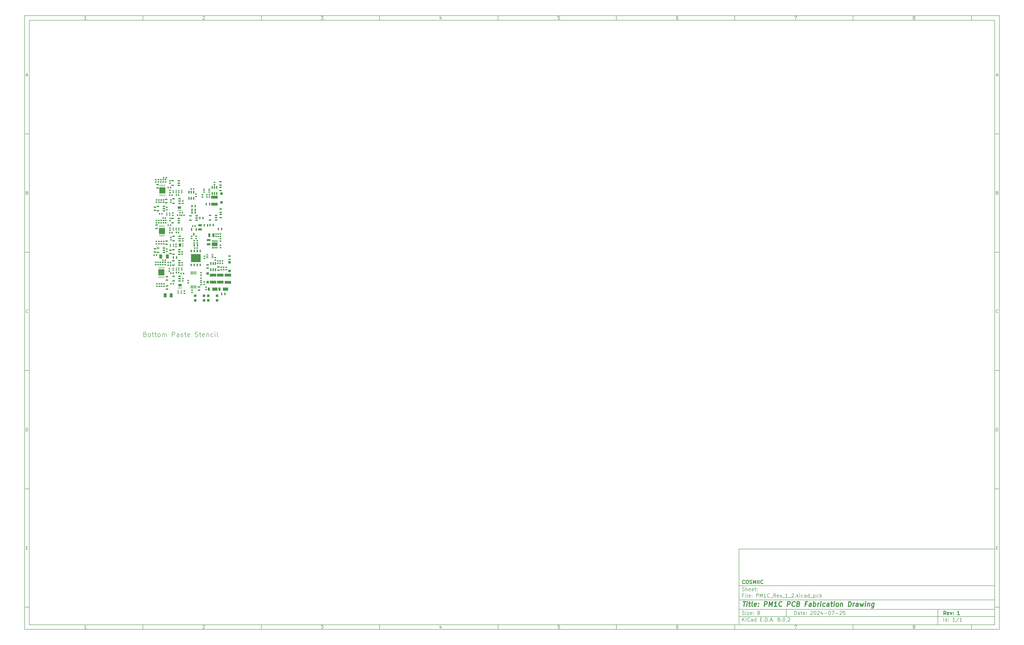
<source format=gbr>
%TF.GenerationSoftware,KiCad,Pcbnew,8.0.2*%
%TF.CreationDate,2024-09-08T21:36:51-05:00*%
%TF.ProjectId,PM1C_Rev_1_2,504d3143-5f52-4657-965f-315f322e6b69,1*%
%TF.SameCoordinates,PX297003ePY8770cd2*%
%TF.FileFunction,Paste,Bot*%
%TF.FilePolarity,Positive*%
%FSLAX46Y46*%
G04 Gerber Fmt 4.6, Leading zero omitted, Abs format (unit mm)*
G04 Created by KiCad (PCBNEW 8.0.2) date 2024-09-08 21:36:51*
%MOMM*%
%LPD*%
G01*
G04 APERTURE LIST*
%ADD10C,0.100000*%
%ADD11C,0.150000*%
%ADD12C,0.300000*%
%ADD13C,0.400000*%
%ADD14C,0.200000*%
%ADD15R,1.000000X0.600000*%
%ADD16R,0.750000X0.500000*%
%ADD17R,1.100000X1.100000*%
%ADD18R,0.600000X1.000000*%
%ADD19R,2.700000X1.150000*%
%ADD20R,1.550000X0.950000*%
%ADD21R,0.500000X0.750000*%
%ADD22R,0.500000X0.300000*%
%ADD23R,0.600000X1.250000*%
%ADD24R,1.200000X1.800000*%
%ADD25R,0.950000X1.550000*%
%ADD26R,0.250000X0.850000*%
%ADD27R,2.650000X2.650000*%
%ADD28R,0.600000X1.300000*%
%ADD29R,0.250000X0.700000*%
%ADD30R,1.350000X1.000000*%
%ADD31R,0.300000X0.675000*%
%ADD32R,2.400000X1.650000*%
%ADD33R,0.850000X0.350000*%
%ADD34R,2.200000X1.400000*%
%ADD35R,0.900000X1.400000*%
%ADD36R,1.270000X1.778000*%
%ADD37R,0.500000X1.100000*%
%ADD38R,4.100000X3.500000*%
%ADD39R,0.700000X0.250000*%
%ADD40R,1.000000X1.350000*%
%ADD41R,0.450000X1.450000*%
G04 APERTURE END LIST*
D10*
D11*
X268349570Y-93380206D02*
X376349570Y-93380206D01*
X376349570Y-125380206D01*
X268349570Y-125380206D01*
X268349570Y-93380206D01*
D10*
D11*
X-33450430Y132019794D02*
X378349570Y132019794D01*
X378349570Y-127380206D01*
X-33450430Y-127380206D01*
X-33450430Y132019794D01*
D10*
D11*
X-31450430Y130019794D02*
X376349570Y130019794D01*
X376349570Y-125380206D01*
X-31450430Y-125380206D01*
X-31450430Y130019794D01*
D10*
D11*
X16549570Y130019794D02*
X16549570Y132019794D01*
D10*
D11*
X66549570Y130019794D02*
X66549570Y132019794D01*
D10*
D11*
X116549570Y130019794D02*
X116549570Y132019794D01*
D10*
D11*
X166549570Y130019794D02*
X166549570Y132019794D01*
D10*
D11*
X216549570Y130019794D02*
X216549570Y132019794D01*
D10*
D11*
X266549570Y130019794D02*
X266549570Y132019794D01*
D10*
D11*
X316549570Y130019794D02*
X316549570Y132019794D01*
D10*
D11*
X366549570Y130019794D02*
X366549570Y132019794D01*
D10*
D11*
X-7361270Y130426190D02*
X-8104127Y130426190D01*
X-7732699Y130426190D02*
X-7732699Y131726190D01*
X-7732699Y131726190D02*
X-7856508Y131540475D01*
X-7856508Y131540475D02*
X-7980318Y131416666D01*
X-7980318Y131416666D02*
X-8104127Y131354761D01*
D10*
D11*
X41895873Y131602380D02*
X41957777Y131664285D01*
X41957777Y131664285D02*
X42081587Y131726190D01*
X42081587Y131726190D02*
X42391111Y131726190D01*
X42391111Y131726190D02*
X42514920Y131664285D01*
X42514920Y131664285D02*
X42576825Y131602380D01*
X42576825Y131602380D02*
X42638730Y131478571D01*
X42638730Y131478571D02*
X42638730Y131354761D01*
X42638730Y131354761D02*
X42576825Y131169047D01*
X42576825Y131169047D02*
X41833968Y130426190D01*
X41833968Y130426190D02*
X42638730Y130426190D01*
D10*
D11*
X91833968Y131726190D02*
X92638730Y131726190D01*
X92638730Y131726190D02*
X92205396Y131230952D01*
X92205396Y131230952D02*
X92391111Y131230952D01*
X92391111Y131230952D02*
X92514920Y131169047D01*
X92514920Y131169047D02*
X92576825Y131107142D01*
X92576825Y131107142D02*
X92638730Y130983333D01*
X92638730Y130983333D02*
X92638730Y130673809D01*
X92638730Y130673809D02*
X92576825Y130549999D01*
X92576825Y130549999D02*
X92514920Y130488094D01*
X92514920Y130488094D02*
X92391111Y130426190D01*
X92391111Y130426190D02*
X92019682Y130426190D01*
X92019682Y130426190D02*
X91895873Y130488094D01*
X91895873Y130488094D02*
X91833968Y130549999D01*
D10*
D11*
X142514920Y131292856D02*
X142514920Y130426190D01*
X142205396Y131788094D02*
X141895873Y130859523D01*
X141895873Y130859523D02*
X142700634Y130859523D01*
D10*
D11*
X192576825Y131726190D02*
X191957777Y131726190D01*
X191957777Y131726190D02*
X191895873Y131107142D01*
X191895873Y131107142D02*
X191957777Y131169047D01*
X191957777Y131169047D02*
X192081587Y131230952D01*
X192081587Y131230952D02*
X192391111Y131230952D01*
X192391111Y131230952D02*
X192514920Y131169047D01*
X192514920Y131169047D02*
X192576825Y131107142D01*
X192576825Y131107142D02*
X192638730Y130983333D01*
X192638730Y130983333D02*
X192638730Y130673809D01*
X192638730Y130673809D02*
X192576825Y130549999D01*
X192576825Y130549999D02*
X192514920Y130488094D01*
X192514920Y130488094D02*
X192391111Y130426190D01*
X192391111Y130426190D02*
X192081587Y130426190D01*
X192081587Y130426190D02*
X191957777Y130488094D01*
X191957777Y130488094D02*
X191895873Y130549999D01*
D10*
D11*
X242514920Y131726190D02*
X242267301Y131726190D01*
X242267301Y131726190D02*
X242143492Y131664285D01*
X242143492Y131664285D02*
X242081587Y131602380D01*
X242081587Y131602380D02*
X241957777Y131416666D01*
X241957777Y131416666D02*
X241895873Y131169047D01*
X241895873Y131169047D02*
X241895873Y130673809D01*
X241895873Y130673809D02*
X241957777Y130549999D01*
X241957777Y130549999D02*
X242019682Y130488094D01*
X242019682Y130488094D02*
X242143492Y130426190D01*
X242143492Y130426190D02*
X242391111Y130426190D01*
X242391111Y130426190D02*
X242514920Y130488094D01*
X242514920Y130488094D02*
X242576825Y130549999D01*
X242576825Y130549999D02*
X242638730Y130673809D01*
X242638730Y130673809D02*
X242638730Y130983333D01*
X242638730Y130983333D02*
X242576825Y131107142D01*
X242576825Y131107142D02*
X242514920Y131169047D01*
X242514920Y131169047D02*
X242391111Y131230952D01*
X242391111Y131230952D02*
X242143492Y131230952D01*
X242143492Y131230952D02*
X242019682Y131169047D01*
X242019682Y131169047D02*
X241957777Y131107142D01*
X241957777Y131107142D02*
X241895873Y130983333D01*
D10*
D11*
X291833968Y131726190D02*
X292700634Y131726190D01*
X292700634Y131726190D02*
X292143492Y130426190D01*
D10*
D11*
X342143492Y131169047D02*
X342019682Y131230952D01*
X342019682Y131230952D02*
X341957777Y131292856D01*
X341957777Y131292856D02*
X341895873Y131416666D01*
X341895873Y131416666D02*
X341895873Y131478571D01*
X341895873Y131478571D02*
X341957777Y131602380D01*
X341957777Y131602380D02*
X342019682Y131664285D01*
X342019682Y131664285D02*
X342143492Y131726190D01*
X342143492Y131726190D02*
X342391111Y131726190D01*
X342391111Y131726190D02*
X342514920Y131664285D01*
X342514920Y131664285D02*
X342576825Y131602380D01*
X342576825Y131602380D02*
X342638730Y131478571D01*
X342638730Y131478571D02*
X342638730Y131416666D01*
X342638730Y131416666D02*
X342576825Y131292856D01*
X342576825Y131292856D02*
X342514920Y131230952D01*
X342514920Y131230952D02*
X342391111Y131169047D01*
X342391111Y131169047D02*
X342143492Y131169047D01*
X342143492Y131169047D02*
X342019682Y131107142D01*
X342019682Y131107142D02*
X341957777Y131045237D01*
X341957777Y131045237D02*
X341895873Y130921428D01*
X341895873Y130921428D02*
X341895873Y130673809D01*
X341895873Y130673809D02*
X341957777Y130549999D01*
X341957777Y130549999D02*
X342019682Y130488094D01*
X342019682Y130488094D02*
X342143492Y130426190D01*
X342143492Y130426190D02*
X342391111Y130426190D01*
X342391111Y130426190D02*
X342514920Y130488094D01*
X342514920Y130488094D02*
X342576825Y130549999D01*
X342576825Y130549999D02*
X342638730Y130673809D01*
X342638730Y130673809D02*
X342638730Y130921428D01*
X342638730Y130921428D02*
X342576825Y131045237D01*
X342576825Y131045237D02*
X342514920Y131107142D01*
X342514920Y131107142D02*
X342391111Y131169047D01*
D10*
D11*
X16549570Y-125380206D02*
X16549570Y-127380206D01*
D10*
D11*
X66549570Y-125380206D02*
X66549570Y-127380206D01*
D10*
D11*
X116549570Y-125380206D02*
X116549570Y-127380206D01*
D10*
D11*
X166549570Y-125380206D02*
X166549570Y-127380206D01*
D10*
D11*
X216549570Y-125380206D02*
X216549570Y-127380206D01*
D10*
D11*
X266549570Y-125380206D02*
X266549570Y-127380206D01*
D10*
D11*
X316549570Y-125380206D02*
X316549570Y-127380206D01*
D10*
D11*
X366549570Y-125380206D02*
X366549570Y-127380206D01*
D10*
D11*
X-7361270Y-126973810D02*
X-8104127Y-126973810D01*
X-7732699Y-126973810D02*
X-7732699Y-125673810D01*
X-7732699Y-125673810D02*
X-7856508Y-125859525D01*
X-7856508Y-125859525D02*
X-7980318Y-125983334D01*
X-7980318Y-125983334D02*
X-8104127Y-126045239D01*
D10*
D11*
X41895873Y-125797620D02*
X41957777Y-125735715D01*
X41957777Y-125735715D02*
X42081587Y-125673810D01*
X42081587Y-125673810D02*
X42391111Y-125673810D01*
X42391111Y-125673810D02*
X42514920Y-125735715D01*
X42514920Y-125735715D02*
X42576825Y-125797620D01*
X42576825Y-125797620D02*
X42638730Y-125921429D01*
X42638730Y-125921429D02*
X42638730Y-126045239D01*
X42638730Y-126045239D02*
X42576825Y-126230953D01*
X42576825Y-126230953D02*
X41833968Y-126973810D01*
X41833968Y-126973810D02*
X42638730Y-126973810D01*
D10*
D11*
X91833968Y-125673810D02*
X92638730Y-125673810D01*
X92638730Y-125673810D02*
X92205396Y-126169048D01*
X92205396Y-126169048D02*
X92391111Y-126169048D01*
X92391111Y-126169048D02*
X92514920Y-126230953D01*
X92514920Y-126230953D02*
X92576825Y-126292858D01*
X92576825Y-126292858D02*
X92638730Y-126416667D01*
X92638730Y-126416667D02*
X92638730Y-126726191D01*
X92638730Y-126726191D02*
X92576825Y-126850001D01*
X92576825Y-126850001D02*
X92514920Y-126911906D01*
X92514920Y-126911906D02*
X92391111Y-126973810D01*
X92391111Y-126973810D02*
X92019682Y-126973810D01*
X92019682Y-126973810D02*
X91895873Y-126911906D01*
X91895873Y-126911906D02*
X91833968Y-126850001D01*
D10*
D11*
X142514920Y-126107144D02*
X142514920Y-126973810D01*
X142205396Y-125611906D02*
X141895873Y-126540477D01*
X141895873Y-126540477D02*
X142700634Y-126540477D01*
D10*
D11*
X192576825Y-125673810D02*
X191957777Y-125673810D01*
X191957777Y-125673810D02*
X191895873Y-126292858D01*
X191895873Y-126292858D02*
X191957777Y-126230953D01*
X191957777Y-126230953D02*
X192081587Y-126169048D01*
X192081587Y-126169048D02*
X192391111Y-126169048D01*
X192391111Y-126169048D02*
X192514920Y-126230953D01*
X192514920Y-126230953D02*
X192576825Y-126292858D01*
X192576825Y-126292858D02*
X192638730Y-126416667D01*
X192638730Y-126416667D02*
X192638730Y-126726191D01*
X192638730Y-126726191D02*
X192576825Y-126850001D01*
X192576825Y-126850001D02*
X192514920Y-126911906D01*
X192514920Y-126911906D02*
X192391111Y-126973810D01*
X192391111Y-126973810D02*
X192081587Y-126973810D01*
X192081587Y-126973810D02*
X191957777Y-126911906D01*
X191957777Y-126911906D02*
X191895873Y-126850001D01*
D10*
D11*
X242514920Y-125673810D02*
X242267301Y-125673810D01*
X242267301Y-125673810D02*
X242143492Y-125735715D01*
X242143492Y-125735715D02*
X242081587Y-125797620D01*
X242081587Y-125797620D02*
X241957777Y-125983334D01*
X241957777Y-125983334D02*
X241895873Y-126230953D01*
X241895873Y-126230953D02*
X241895873Y-126726191D01*
X241895873Y-126726191D02*
X241957777Y-126850001D01*
X241957777Y-126850001D02*
X242019682Y-126911906D01*
X242019682Y-126911906D02*
X242143492Y-126973810D01*
X242143492Y-126973810D02*
X242391111Y-126973810D01*
X242391111Y-126973810D02*
X242514920Y-126911906D01*
X242514920Y-126911906D02*
X242576825Y-126850001D01*
X242576825Y-126850001D02*
X242638730Y-126726191D01*
X242638730Y-126726191D02*
X242638730Y-126416667D01*
X242638730Y-126416667D02*
X242576825Y-126292858D01*
X242576825Y-126292858D02*
X242514920Y-126230953D01*
X242514920Y-126230953D02*
X242391111Y-126169048D01*
X242391111Y-126169048D02*
X242143492Y-126169048D01*
X242143492Y-126169048D02*
X242019682Y-126230953D01*
X242019682Y-126230953D02*
X241957777Y-126292858D01*
X241957777Y-126292858D02*
X241895873Y-126416667D01*
D10*
D11*
X291833968Y-125673810D02*
X292700634Y-125673810D01*
X292700634Y-125673810D02*
X292143492Y-126973810D01*
D10*
D11*
X342143492Y-126230953D02*
X342019682Y-126169048D01*
X342019682Y-126169048D02*
X341957777Y-126107144D01*
X341957777Y-126107144D02*
X341895873Y-125983334D01*
X341895873Y-125983334D02*
X341895873Y-125921429D01*
X341895873Y-125921429D02*
X341957777Y-125797620D01*
X341957777Y-125797620D02*
X342019682Y-125735715D01*
X342019682Y-125735715D02*
X342143492Y-125673810D01*
X342143492Y-125673810D02*
X342391111Y-125673810D01*
X342391111Y-125673810D02*
X342514920Y-125735715D01*
X342514920Y-125735715D02*
X342576825Y-125797620D01*
X342576825Y-125797620D02*
X342638730Y-125921429D01*
X342638730Y-125921429D02*
X342638730Y-125983334D01*
X342638730Y-125983334D02*
X342576825Y-126107144D01*
X342576825Y-126107144D02*
X342514920Y-126169048D01*
X342514920Y-126169048D02*
X342391111Y-126230953D01*
X342391111Y-126230953D02*
X342143492Y-126230953D01*
X342143492Y-126230953D02*
X342019682Y-126292858D01*
X342019682Y-126292858D02*
X341957777Y-126354763D01*
X341957777Y-126354763D02*
X341895873Y-126478572D01*
X341895873Y-126478572D02*
X341895873Y-126726191D01*
X341895873Y-126726191D02*
X341957777Y-126850001D01*
X341957777Y-126850001D02*
X342019682Y-126911906D01*
X342019682Y-126911906D02*
X342143492Y-126973810D01*
X342143492Y-126973810D02*
X342391111Y-126973810D01*
X342391111Y-126973810D02*
X342514920Y-126911906D01*
X342514920Y-126911906D02*
X342576825Y-126850001D01*
X342576825Y-126850001D02*
X342638730Y-126726191D01*
X342638730Y-126726191D02*
X342638730Y-126478572D01*
X342638730Y-126478572D02*
X342576825Y-126354763D01*
X342576825Y-126354763D02*
X342514920Y-126292858D01*
X342514920Y-126292858D02*
X342391111Y-126230953D01*
D10*
D11*
X-33450430Y82019794D02*
X-31450430Y82019794D01*
D10*
D11*
X-33450430Y32019794D02*
X-31450430Y32019794D01*
D10*
D11*
X-33450430Y-17980206D02*
X-31450430Y-17980206D01*
D10*
D11*
X-33450430Y-67980206D02*
X-31450430Y-67980206D01*
D10*
D11*
X-33450430Y-117980206D02*
X-31450430Y-117980206D01*
D10*
D11*
X-32759954Y106797618D02*
X-32140907Y106797618D01*
X-32883764Y106426190D02*
X-32450431Y107726190D01*
X-32450431Y107726190D02*
X-32017097Y106426190D01*
D10*
D11*
X-32357573Y57107142D02*
X-32171859Y57045237D01*
X-32171859Y57045237D02*
X-32109954Y56983333D01*
X-32109954Y56983333D02*
X-32048050Y56859523D01*
X-32048050Y56859523D02*
X-32048050Y56673809D01*
X-32048050Y56673809D02*
X-32109954Y56549999D01*
X-32109954Y56549999D02*
X-32171859Y56488094D01*
X-32171859Y56488094D02*
X-32295669Y56426190D01*
X-32295669Y56426190D02*
X-32790907Y56426190D01*
X-32790907Y56426190D02*
X-32790907Y57726190D01*
X-32790907Y57726190D02*
X-32357573Y57726190D01*
X-32357573Y57726190D02*
X-32233764Y57664285D01*
X-32233764Y57664285D02*
X-32171859Y57602380D01*
X-32171859Y57602380D02*
X-32109954Y57478571D01*
X-32109954Y57478571D02*
X-32109954Y57354761D01*
X-32109954Y57354761D02*
X-32171859Y57230952D01*
X-32171859Y57230952D02*
X-32233764Y57169047D01*
X-32233764Y57169047D02*
X-32357573Y57107142D01*
X-32357573Y57107142D02*
X-32790907Y57107142D01*
D10*
D11*
X-32048050Y6549999D02*
X-32109954Y6488094D01*
X-32109954Y6488094D02*
X-32295669Y6426190D01*
X-32295669Y6426190D02*
X-32419478Y6426190D01*
X-32419478Y6426190D02*
X-32605192Y6488094D01*
X-32605192Y6488094D02*
X-32729002Y6611904D01*
X-32729002Y6611904D02*
X-32790907Y6735714D01*
X-32790907Y6735714D02*
X-32852811Y6983333D01*
X-32852811Y6983333D02*
X-32852811Y7169047D01*
X-32852811Y7169047D02*
X-32790907Y7416666D01*
X-32790907Y7416666D02*
X-32729002Y7540475D01*
X-32729002Y7540475D02*
X-32605192Y7664285D01*
X-32605192Y7664285D02*
X-32419478Y7726190D01*
X-32419478Y7726190D02*
X-32295669Y7726190D01*
X-32295669Y7726190D02*
X-32109954Y7664285D01*
X-32109954Y7664285D02*
X-32048050Y7602380D01*
D10*
D11*
X-32790907Y-43573810D02*
X-32790907Y-42273810D01*
X-32790907Y-42273810D02*
X-32481383Y-42273810D01*
X-32481383Y-42273810D02*
X-32295669Y-42335715D01*
X-32295669Y-42335715D02*
X-32171859Y-42459525D01*
X-32171859Y-42459525D02*
X-32109954Y-42583334D01*
X-32109954Y-42583334D02*
X-32048050Y-42830953D01*
X-32048050Y-42830953D02*
X-32048050Y-43016667D01*
X-32048050Y-43016667D02*
X-32109954Y-43264286D01*
X-32109954Y-43264286D02*
X-32171859Y-43388096D01*
X-32171859Y-43388096D02*
X-32295669Y-43511906D01*
X-32295669Y-43511906D02*
X-32481383Y-43573810D01*
X-32481383Y-43573810D02*
X-32790907Y-43573810D01*
D10*
D11*
X-32729002Y-92892858D02*
X-32295668Y-92892858D01*
X-32109954Y-93573810D02*
X-32729002Y-93573810D01*
X-32729002Y-93573810D02*
X-32729002Y-92273810D01*
X-32729002Y-92273810D02*
X-32109954Y-92273810D01*
D10*
D11*
X378349570Y82019794D02*
X376349570Y82019794D01*
D10*
D11*
X378349570Y32019794D02*
X376349570Y32019794D01*
D10*
D11*
X378349570Y-17980206D02*
X376349570Y-17980206D01*
D10*
D11*
X378349570Y-67980206D02*
X376349570Y-67980206D01*
D10*
D11*
X378349570Y-117980206D02*
X376349570Y-117980206D01*
D10*
D11*
X377040046Y106797618D02*
X377659093Y106797618D01*
X376916236Y106426190D02*
X377349569Y107726190D01*
X377349569Y107726190D02*
X377782903Y106426190D01*
D10*
D11*
X377442427Y57107142D02*
X377628141Y57045237D01*
X377628141Y57045237D02*
X377690046Y56983333D01*
X377690046Y56983333D02*
X377751950Y56859523D01*
X377751950Y56859523D02*
X377751950Y56673809D01*
X377751950Y56673809D02*
X377690046Y56549999D01*
X377690046Y56549999D02*
X377628141Y56488094D01*
X377628141Y56488094D02*
X377504331Y56426190D01*
X377504331Y56426190D02*
X377009093Y56426190D01*
X377009093Y56426190D02*
X377009093Y57726190D01*
X377009093Y57726190D02*
X377442427Y57726190D01*
X377442427Y57726190D02*
X377566236Y57664285D01*
X377566236Y57664285D02*
X377628141Y57602380D01*
X377628141Y57602380D02*
X377690046Y57478571D01*
X377690046Y57478571D02*
X377690046Y57354761D01*
X377690046Y57354761D02*
X377628141Y57230952D01*
X377628141Y57230952D02*
X377566236Y57169047D01*
X377566236Y57169047D02*
X377442427Y57107142D01*
X377442427Y57107142D02*
X377009093Y57107142D01*
D10*
D11*
X377751950Y6549999D02*
X377690046Y6488094D01*
X377690046Y6488094D02*
X377504331Y6426190D01*
X377504331Y6426190D02*
X377380522Y6426190D01*
X377380522Y6426190D02*
X377194808Y6488094D01*
X377194808Y6488094D02*
X377070998Y6611904D01*
X377070998Y6611904D02*
X377009093Y6735714D01*
X377009093Y6735714D02*
X376947189Y6983333D01*
X376947189Y6983333D02*
X376947189Y7169047D01*
X376947189Y7169047D02*
X377009093Y7416666D01*
X377009093Y7416666D02*
X377070998Y7540475D01*
X377070998Y7540475D02*
X377194808Y7664285D01*
X377194808Y7664285D02*
X377380522Y7726190D01*
X377380522Y7726190D02*
X377504331Y7726190D01*
X377504331Y7726190D02*
X377690046Y7664285D01*
X377690046Y7664285D02*
X377751950Y7602380D01*
D10*
D11*
X377009093Y-43573810D02*
X377009093Y-42273810D01*
X377009093Y-42273810D02*
X377318617Y-42273810D01*
X377318617Y-42273810D02*
X377504331Y-42335715D01*
X377504331Y-42335715D02*
X377628141Y-42459525D01*
X377628141Y-42459525D02*
X377690046Y-42583334D01*
X377690046Y-42583334D02*
X377751950Y-42830953D01*
X377751950Y-42830953D02*
X377751950Y-43016667D01*
X377751950Y-43016667D02*
X377690046Y-43264286D01*
X377690046Y-43264286D02*
X377628141Y-43388096D01*
X377628141Y-43388096D02*
X377504331Y-43511906D01*
X377504331Y-43511906D02*
X377318617Y-43573810D01*
X377318617Y-43573810D02*
X377009093Y-43573810D01*
D10*
D11*
X377070998Y-92892858D02*
X377504332Y-92892858D01*
X377690046Y-93573810D02*
X377070998Y-93573810D01*
X377070998Y-93573810D02*
X377070998Y-92273810D01*
X377070998Y-92273810D02*
X377690046Y-92273810D01*
D10*
D11*
X291805396Y-121166334D02*
X291805396Y-119666334D01*
X291805396Y-119666334D02*
X292162539Y-119666334D01*
X292162539Y-119666334D02*
X292376825Y-119737763D01*
X292376825Y-119737763D02*
X292519682Y-119880620D01*
X292519682Y-119880620D02*
X292591111Y-120023477D01*
X292591111Y-120023477D02*
X292662539Y-120309191D01*
X292662539Y-120309191D02*
X292662539Y-120523477D01*
X292662539Y-120523477D02*
X292591111Y-120809191D01*
X292591111Y-120809191D02*
X292519682Y-120952048D01*
X292519682Y-120952048D02*
X292376825Y-121094906D01*
X292376825Y-121094906D02*
X292162539Y-121166334D01*
X292162539Y-121166334D02*
X291805396Y-121166334D01*
X293948254Y-121166334D02*
X293948254Y-120380620D01*
X293948254Y-120380620D02*
X293876825Y-120237763D01*
X293876825Y-120237763D02*
X293733968Y-120166334D01*
X293733968Y-120166334D02*
X293448254Y-120166334D01*
X293448254Y-120166334D02*
X293305396Y-120237763D01*
X293948254Y-121094906D02*
X293805396Y-121166334D01*
X293805396Y-121166334D02*
X293448254Y-121166334D01*
X293448254Y-121166334D02*
X293305396Y-121094906D01*
X293305396Y-121094906D02*
X293233968Y-120952048D01*
X293233968Y-120952048D02*
X293233968Y-120809191D01*
X293233968Y-120809191D02*
X293305396Y-120666334D01*
X293305396Y-120666334D02*
X293448254Y-120594906D01*
X293448254Y-120594906D02*
X293805396Y-120594906D01*
X293805396Y-120594906D02*
X293948254Y-120523477D01*
X294448254Y-120166334D02*
X295019682Y-120166334D01*
X294662539Y-119666334D02*
X294662539Y-120952048D01*
X294662539Y-120952048D02*
X294733968Y-121094906D01*
X294733968Y-121094906D02*
X294876825Y-121166334D01*
X294876825Y-121166334D02*
X295019682Y-121166334D01*
X296091111Y-121094906D02*
X295948254Y-121166334D01*
X295948254Y-121166334D02*
X295662540Y-121166334D01*
X295662540Y-121166334D02*
X295519682Y-121094906D01*
X295519682Y-121094906D02*
X295448254Y-120952048D01*
X295448254Y-120952048D02*
X295448254Y-120380620D01*
X295448254Y-120380620D02*
X295519682Y-120237763D01*
X295519682Y-120237763D02*
X295662540Y-120166334D01*
X295662540Y-120166334D02*
X295948254Y-120166334D01*
X295948254Y-120166334D02*
X296091111Y-120237763D01*
X296091111Y-120237763D02*
X296162540Y-120380620D01*
X296162540Y-120380620D02*
X296162540Y-120523477D01*
X296162540Y-120523477D02*
X295448254Y-120666334D01*
X296805396Y-121023477D02*
X296876825Y-121094906D01*
X296876825Y-121094906D02*
X296805396Y-121166334D01*
X296805396Y-121166334D02*
X296733968Y-121094906D01*
X296733968Y-121094906D02*
X296805396Y-121023477D01*
X296805396Y-121023477D02*
X296805396Y-121166334D01*
X296805396Y-120237763D02*
X296876825Y-120309191D01*
X296876825Y-120309191D02*
X296805396Y-120380620D01*
X296805396Y-120380620D02*
X296733968Y-120309191D01*
X296733968Y-120309191D02*
X296805396Y-120237763D01*
X296805396Y-120237763D02*
X296805396Y-120380620D01*
X298591111Y-119809191D02*
X298662539Y-119737763D01*
X298662539Y-119737763D02*
X298805397Y-119666334D01*
X298805397Y-119666334D02*
X299162539Y-119666334D01*
X299162539Y-119666334D02*
X299305397Y-119737763D01*
X299305397Y-119737763D02*
X299376825Y-119809191D01*
X299376825Y-119809191D02*
X299448254Y-119952048D01*
X299448254Y-119952048D02*
X299448254Y-120094906D01*
X299448254Y-120094906D02*
X299376825Y-120309191D01*
X299376825Y-120309191D02*
X298519682Y-121166334D01*
X298519682Y-121166334D02*
X299448254Y-121166334D01*
X300376825Y-119666334D02*
X300519682Y-119666334D01*
X300519682Y-119666334D02*
X300662539Y-119737763D01*
X300662539Y-119737763D02*
X300733968Y-119809191D01*
X300733968Y-119809191D02*
X300805396Y-119952048D01*
X300805396Y-119952048D02*
X300876825Y-120237763D01*
X300876825Y-120237763D02*
X300876825Y-120594906D01*
X300876825Y-120594906D02*
X300805396Y-120880620D01*
X300805396Y-120880620D02*
X300733968Y-121023477D01*
X300733968Y-121023477D02*
X300662539Y-121094906D01*
X300662539Y-121094906D02*
X300519682Y-121166334D01*
X300519682Y-121166334D02*
X300376825Y-121166334D01*
X300376825Y-121166334D02*
X300233968Y-121094906D01*
X300233968Y-121094906D02*
X300162539Y-121023477D01*
X300162539Y-121023477D02*
X300091110Y-120880620D01*
X300091110Y-120880620D02*
X300019682Y-120594906D01*
X300019682Y-120594906D02*
X300019682Y-120237763D01*
X300019682Y-120237763D02*
X300091110Y-119952048D01*
X300091110Y-119952048D02*
X300162539Y-119809191D01*
X300162539Y-119809191D02*
X300233968Y-119737763D01*
X300233968Y-119737763D02*
X300376825Y-119666334D01*
X301448253Y-119809191D02*
X301519681Y-119737763D01*
X301519681Y-119737763D02*
X301662539Y-119666334D01*
X301662539Y-119666334D02*
X302019681Y-119666334D01*
X302019681Y-119666334D02*
X302162539Y-119737763D01*
X302162539Y-119737763D02*
X302233967Y-119809191D01*
X302233967Y-119809191D02*
X302305396Y-119952048D01*
X302305396Y-119952048D02*
X302305396Y-120094906D01*
X302305396Y-120094906D02*
X302233967Y-120309191D01*
X302233967Y-120309191D02*
X301376824Y-121166334D01*
X301376824Y-121166334D02*
X302305396Y-121166334D01*
X303591110Y-120166334D02*
X303591110Y-121166334D01*
X303233967Y-119594906D02*
X302876824Y-120666334D01*
X302876824Y-120666334D02*
X303805395Y-120666334D01*
X304376823Y-120594906D02*
X305519681Y-120594906D01*
X306519681Y-119666334D02*
X306662538Y-119666334D01*
X306662538Y-119666334D02*
X306805395Y-119737763D01*
X306805395Y-119737763D02*
X306876824Y-119809191D01*
X306876824Y-119809191D02*
X306948252Y-119952048D01*
X306948252Y-119952048D02*
X307019681Y-120237763D01*
X307019681Y-120237763D02*
X307019681Y-120594906D01*
X307019681Y-120594906D02*
X306948252Y-120880620D01*
X306948252Y-120880620D02*
X306876824Y-121023477D01*
X306876824Y-121023477D02*
X306805395Y-121094906D01*
X306805395Y-121094906D02*
X306662538Y-121166334D01*
X306662538Y-121166334D02*
X306519681Y-121166334D01*
X306519681Y-121166334D02*
X306376824Y-121094906D01*
X306376824Y-121094906D02*
X306305395Y-121023477D01*
X306305395Y-121023477D02*
X306233966Y-120880620D01*
X306233966Y-120880620D02*
X306162538Y-120594906D01*
X306162538Y-120594906D02*
X306162538Y-120237763D01*
X306162538Y-120237763D02*
X306233966Y-119952048D01*
X306233966Y-119952048D02*
X306305395Y-119809191D01*
X306305395Y-119809191D02*
X306376824Y-119737763D01*
X306376824Y-119737763D02*
X306519681Y-119666334D01*
X307519680Y-119666334D02*
X308519680Y-119666334D01*
X308519680Y-119666334D02*
X307876823Y-121166334D01*
X309091108Y-120594906D02*
X310233966Y-120594906D01*
X310876823Y-119809191D02*
X310948251Y-119737763D01*
X310948251Y-119737763D02*
X311091109Y-119666334D01*
X311091109Y-119666334D02*
X311448251Y-119666334D01*
X311448251Y-119666334D02*
X311591109Y-119737763D01*
X311591109Y-119737763D02*
X311662537Y-119809191D01*
X311662537Y-119809191D02*
X311733966Y-119952048D01*
X311733966Y-119952048D02*
X311733966Y-120094906D01*
X311733966Y-120094906D02*
X311662537Y-120309191D01*
X311662537Y-120309191D02*
X310805394Y-121166334D01*
X310805394Y-121166334D02*
X311733966Y-121166334D01*
X313091108Y-119666334D02*
X312376822Y-119666334D01*
X312376822Y-119666334D02*
X312305394Y-120380620D01*
X312305394Y-120380620D02*
X312376822Y-120309191D01*
X312376822Y-120309191D02*
X312519680Y-120237763D01*
X312519680Y-120237763D02*
X312876822Y-120237763D01*
X312876822Y-120237763D02*
X313019680Y-120309191D01*
X313019680Y-120309191D02*
X313091108Y-120380620D01*
X313091108Y-120380620D02*
X313162537Y-120523477D01*
X313162537Y-120523477D02*
X313162537Y-120880620D01*
X313162537Y-120880620D02*
X313091108Y-121023477D01*
X313091108Y-121023477D02*
X313019680Y-121094906D01*
X313019680Y-121094906D02*
X312876822Y-121166334D01*
X312876822Y-121166334D02*
X312519680Y-121166334D01*
X312519680Y-121166334D02*
X312376822Y-121094906D01*
X312376822Y-121094906D02*
X312305394Y-121023477D01*
D10*
D11*
X268349570Y-121880206D02*
X376349570Y-121880206D01*
D10*
D11*
X269805396Y-123966334D02*
X269805396Y-122466334D01*
X270662539Y-123966334D02*
X270019682Y-123109191D01*
X270662539Y-122466334D02*
X269805396Y-123323477D01*
X271305396Y-123966334D02*
X271305396Y-122966334D01*
X271305396Y-122466334D02*
X271233968Y-122537763D01*
X271233968Y-122537763D02*
X271305396Y-122609191D01*
X271305396Y-122609191D02*
X271376825Y-122537763D01*
X271376825Y-122537763D02*
X271305396Y-122466334D01*
X271305396Y-122466334D02*
X271305396Y-122609191D01*
X272876825Y-123823477D02*
X272805397Y-123894906D01*
X272805397Y-123894906D02*
X272591111Y-123966334D01*
X272591111Y-123966334D02*
X272448254Y-123966334D01*
X272448254Y-123966334D02*
X272233968Y-123894906D01*
X272233968Y-123894906D02*
X272091111Y-123752048D01*
X272091111Y-123752048D02*
X272019682Y-123609191D01*
X272019682Y-123609191D02*
X271948254Y-123323477D01*
X271948254Y-123323477D02*
X271948254Y-123109191D01*
X271948254Y-123109191D02*
X272019682Y-122823477D01*
X272019682Y-122823477D02*
X272091111Y-122680620D01*
X272091111Y-122680620D02*
X272233968Y-122537763D01*
X272233968Y-122537763D02*
X272448254Y-122466334D01*
X272448254Y-122466334D02*
X272591111Y-122466334D01*
X272591111Y-122466334D02*
X272805397Y-122537763D01*
X272805397Y-122537763D02*
X272876825Y-122609191D01*
X274162540Y-123966334D02*
X274162540Y-123180620D01*
X274162540Y-123180620D02*
X274091111Y-123037763D01*
X274091111Y-123037763D02*
X273948254Y-122966334D01*
X273948254Y-122966334D02*
X273662540Y-122966334D01*
X273662540Y-122966334D02*
X273519682Y-123037763D01*
X274162540Y-123894906D02*
X274019682Y-123966334D01*
X274019682Y-123966334D02*
X273662540Y-123966334D01*
X273662540Y-123966334D02*
X273519682Y-123894906D01*
X273519682Y-123894906D02*
X273448254Y-123752048D01*
X273448254Y-123752048D02*
X273448254Y-123609191D01*
X273448254Y-123609191D02*
X273519682Y-123466334D01*
X273519682Y-123466334D02*
X273662540Y-123394906D01*
X273662540Y-123394906D02*
X274019682Y-123394906D01*
X274019682Y-123394906D02*
X274162540Y-123323477D01*
X275519683Y-123966334D02*
X275519683Y-122466334D01*
X275519683Y-123894906D02*
X275376825Y-123966334D01*
X275376825Y-123966334D02*
X275091111Y-123966334D01*
X275091111Y-123966334D02*
X274948254Y-123894906D01*
X274948254Y-123894906D02*
X274876825Y-123823477D01*
X274876825Y-123823477D02*
X274805397Y-123680620D01*
X274805397Y-123680620D02*
X274805397Y-123252048D01*
X274805397Y-123252048D02*
X274876825Y-123109191D01*
X274876825Y-123109191D02*
X274948254Y-123037763D01*
X274948254Y-123037763D02*
X275091111Y-122966334D01*
X275091111Y-122966334D02*
X275376825Y-122966334D01*
X275376825Y-122966334D02*
X275519683Y-123037763D01*
X277376825Y-123180620D02*
X277876825Y-123180620D01*
X278091111Y-123966334D02*
X277376825Y-123966334D01*
X277376825Y-123966334D02*
X277376825Y-122466334D01*
X277376825Y-122466334D02*
X278091111Y-122466334D01*
X278733968Y-123823477D02*
X278805397Y-123894906D01*
X278805397Y-123894906D02*
X278733968Y-123966334D01*
X278733968Y-123966334D02*
X278662540Y-123894906D01*
X278662540Y-123894906D02*
X278733968Y-123823477D01*
X278733968Y-123823477D02*
X278733968Y-123966334D01*
X279448254Y-123966334D02*
X279448254Y-122466334D01*
X279448254Y-122466334D02*
X279805397Y-122466334D01*
X279805397Y-122466334D02*
X280019683Y-122537763D01*
X280019683Y-122537763D02*
X280162540Y-122680620D01*
X280162540Y-122680620D02*
X280233969Y-122823477D01*
X280233969Y-122823477D02*
X280305397Y-123109191D01*
X280305397Y-123109191D02*
X280305397Y-123323477D01*
X280305397Y-123323477D02*
X280233969Y-123609191D01*
X280233969Y-123609191D02*
X280162540Y-123752048D01*
X280162540Y-123752048D02*
X280019683Y-123894906D01*
X280019683Y-123894906D02*
X279805397Y-123966334D01*
X279805397Y-123966334D02*
X279448254Y-123966334D01*
X280948254Y-123823477D02*
X281019683Y-123894906D01*
X281019683Y-123894906D02*
X280948254Y-123966334D01*
X280948254Y-123966334D02*
X280876826Y-123894906D01*
X280876826Y-123894906D02*
X280948254Y-123823477D01*
X280948254Y-123823477D02*
X280948254Y-123966334D01*
X281591112Y-123537763D02*
X282305398Y-123537763D01*
X281448255Y-123966334D02*
X281948255Y-122466334D01*
X281948255Y-122466334D02*
X282448255Y-123966334D01*
X282948254Y-123823477D02*
X283019683Y-123894906D01*
X283019683Y-123894906D02*
X282948254Y-123966334D01*
X282948254Y-123966334D02*
X282876826Y-123894906D01*
X282876826Y-123894906D02*
X282948254Y-123823477D01*
X282948254Y-123823477D02*
X282948254Y-123966334D01*
X285019683Y-123109191D02*
X284876826Y-123037763D01*
X284876826Y-123037763D02*
X284805397Y-122966334D01*
X284805397Y-122966334D02*
X284733969Y-122823477D01*
X284733969Y-122823477D02*
X284733969Y-122752048D01*
X284733969Y-122752048D02*
X284805397Y-122609191D01*
X284805397Y-122609191D02*
X284876826Y-122537763D01*
X284876826Y-122537763D02*
X285019683Y-122466334D01*
X285019683Y-122466334D02*
X285305397Y-122466334D01*
X285305397Y-122466334D02*
X285448255Y-122537763D01*
X285448255Y-122537763D02*
X285519683Y-122609191D01*
X285519683Y-122609191D02*
X285591112Y-122752048D01*
X285591112Y-122752048D02*
X285591112Y-122823477D01*
X285591112Y-122823477D02*
X285519683Y-122966334D01*
X285519683Y-122966334D02*
X285448255Y-123037763D01*
X285448255Y-123037763D02*
X285305397Y-123109191D01*
X285305397Y-123109191D02*
X285019683Y-123109191D01*
X285019683Y-123109191D02*
X284876826Y-123180620D01*
X284876826Y-123180620D02*
X284805397Y-123252048D01*
X284805397Y-123252048D02*
X284733969Y-123394906D01*
X284733969Y-123394906D02*
X284733969Y-123680620D01*
X284733969Y-123680620D02*
X284805397Y-123823477D01*
X284805397Y-123823477D02*
X284876826Y-123894906D01*
X284876826Y-123894906D02*
X285019683Y-123966334D01*
X285019683Y-123966334D02*
X285305397Y-123966334D01*
X285305397Y-123966334D02*
X285448255Y-123894906D01*
X285448255Y-123894906D02*
X285519683Y-123823477D01*
X285519683Y-123823477D02*
X285591112Y-123680620D01*
X285591112Y-123680620D02*
X285591112Y-123394906D01*
X285591112Y-123394906D02*
X285519683Y-123252048D01*
X285519683Y-123252048D02*
X285448255Y-123180620D01*
X285448255Y-123180620D02*
X285305397Y-123109191D01*
X286233968Y-123823477D02*
X286305397Y-123894906D01*
X286305397Y-123894906D02*
X286233968Y-123966334D01*
X286233968Y-123966334D02*
X286162540Y-123894906D01*
X286162540Y-123894906D02*
X286233968Y-123823477D01*
X286233968Y-123823477D02*
X286233968Y-123966334D01*
X287233969Y-122466334D02*
X287376826Y-122466334D01*
X287376826Y-122466334D02*
X287519683Y-122537763D01*
X287519683Y-122537763D02*
X287591112Y-122609191D01*
X287591112Y-122609191D02*
X287662540Y-122752048D01*
X287662540Y-122752048D02*
X287733969Y-123037763D01*
X287733969Y-123037763D02*
X287733969Y-123394906D01*
X287733969Y-123394906D02*
X287662540Y-123680620D01*
X287662540Y-123680620D02*
X287591112Y-123823477D01*
X287591112Y-123823477D02*
X287519683Y-123894906D01*
X287519683Y-123894906D02*
X287376826Y-123966334D01*
X287376826Y-123966334D02*
X287233969Y-123966334D01*
X287233969Y-123966334D02*
X287091112Y-123894906D01*
X287091112Y-123894906D02*
X287019683Y-123823477D01*
X287019683Y-123823477D02*
X286948254Y-123680620D01*
X286948254Y-123680620D02*
X286876826Y-123394906D01*
X286876826Y-123394906D02*
X286876826Y-123037763D01*
X286876826Y-123037763D02*
X286948254Y-122752048D01*
X286948254Y-122752048D02*
X287019683Y-122609191D01*
X287019683Y-122609191D02*
X287091112Y-122537763D01*
X287091112Y-122537763D02*
X287233969Y-122466334D01*
X288376825Y-123823477D02*
X288448254Y-123894906D01*
X288448254Y-123894906D02*
X288376825Y-123966334D01*
X288376825Y-123966334D02*
X288305397Y-123894906D01*
X288305397Y-123894906D02*
X288376825Y-123823477D01*
X288376825Y-123823477D02*
X288376825Y-123966334D01*
X289019683Y-122609191D02*
X289091111Y-122537763D01*
X289091111Y-122537763D02*
X289233969Y-122466334D01*
X289233969Y-122466334D02*
X289591111Y-122466334D01*
X289591111Y-122466334D02*
X289733969Y-122537763D01*
X289733969Y-122537763D02*
X289805397Y-122609191D01*
X289805397Y-122609191D02*
X289876826Y-122752048D01*
X289876826Y-122752048D02*
X289876826Y-122894906D01*
X289876826Y-122894906D02*
X289805397Y-123109191D01*
X289805397Y-123109191D02*
X288948254Y-123966334D01*
X288948254Y-123966334D02*
X289876826Y-123966334D01*
D10*
D11*
X268349570Y-118880206D02*
X376349570Y-118880206D01*
D10*
D12*
X355761223Y-121158534D02*
X355261223Y-120444248D01*
X354904080Y-121158534D02*
X354904080Y-119658534D01*
X354904080Y-119658534D02*
X355475509Y-119658534D01*
X355475509Y-119658534D02*
X355618366Y-119729963D01*
X355618366Y-119729963D02*
X355689795Y-119801391D01*
X355689795Y-119801391D02*
X355761223Y-119944248D01*
X355761223Y-119944248D02*
X355761223Y-120158534D01*
X355761223Y-120158534D02*
X355689795Y-120301391D01*
X355689795Y-120301391D02*
X355618366Y-120372820D01*
X355618366Y-120372820D02*
X355475509Y-120444248D01*
X355475509Y-120444248D02*
X354904080Y-120444248D01*
X356975509Y-121087106D02*
X356832652Y-121158534D01*
X356832652Y-121158534D02*
X356546938Y-121158534D01*
X356546938Y-121158534D02*
X356404080Y-121087106D01*
X356404080Y-121087106D02*
X356332652Y-120944248D01*
X356332652Y-120944248D02*
X356332652Y-120372820D01*
X356332652Y-120372820D02*
X356404080Y-120229963D01*
X356404080Y-120229963D02*
X356546938Y-120158534D01*
X356546938Y-120158534D02*
X356832652Y-120158534D01*
X356832652Y-120158534D02*
X356975509Y-120229963D01*
X356975509Y-120229963D02*
X357046938Y-120372820D01*
X357046938Y-120372820D02*
X357046938Y-120515677D01*
X357046938Y-120515677D02*
X356332652Y-120658534D01*
X357546937Y-120158534D02*
X357904080Y-121158534D01*
X357904080Y-121158534D02*
X358261223Y-120158534D01*
X358832651Y-121015677D02*
X358904080Y-121087106D01*
X358904080Y-121087106D02*
X358832651Y-121158534D01*
X358832651Y-121158534D02*
X358761223Y-121087106D01*
X358761223Y-121087106D02*
X358832651Y-121015677D01*
X358832651Y-121015677D02*
X358832651Y-121158534D01*
X358832651Y-120229963D02*
X358904080Y-120301391D01*
X358904080Y-120301391D02*
X358832651Y-120372820D01*
X358832651Y-120372820D02*
X358761223Y-120301391D01*
X358761223Y-120301391D02*
X358832651Y-120229963D01*
X358832651Y-120229963D02*
X358832651Y-120372820D01*
X361475509Y-121158534D02*
X360618366Y-121158534D01*
X361046937Y-121158534D02*
X361046937Y-119658534D01*
X361046937Y-119658534D02*
X360904080Y-119872820D01*
X360904080Y-119872820D02*
X360761223Y-120015677D01*
X360761223Y-120015677D02*
X360618366Y-120087106D01*
D10*
D11*
X269733968Y-121094906D02*
X269948254Y-121166334D01*
X269948254Y-121166334D02*
X270305396Y-121166334D01*
X270305396Y-121166334D02*
X270448254Y-121094906D01*
X270448254Y-121094906D02*
X270519682Y-121023477D01*
X270519682Y-121023477D02*
X270591111Y-120880620D01*
X270591111Y-120880620D02*
X270591111Y-120737763D01*
X270591111Y-120737763D02*
X270519682Y-120594906D01*
X270519682Y-120594906D02*
X270448254Y-120523477D01*
X270448254Y-120523477D02*
X270305396Y-120452048D01*
X270305396Y-120452048D02*
X270019682Y-120380620D01*
X270019682Y-120380620D02*
X269876825Y-120309191D01*
X269876825Y-120309191D02*
X269805396Y-120237763D01*
X269805396Y-120237763D02*
X269733968Y-120094906D01*
X269733968Y-120094906D02*
X269733968Y-119952048D01*
X269733968Y-119952048D02*
X269805396Y-119809191D01*
X269805396Y-119809191D02*
X269876825Y-119737763D01*
X269876825Y-119737763D02*
X270019682Y-119666334D01*
X270019682Y-119666334D02*
X270376825Y-119666334D01*
X270376825Y-119666334D02*
X270591111Y-119737763D01*
X271233967Y-121166334D02*
X271233967Y-120166334D01*
X271233967Y-119666334D02*
X271162539Y-119737763D01*
X271162539Y-119737763D02*
X271233967Y-119809191D01*
X271233967Y-119809191D02*
X271305396Y-119737763D01*
X271305396Y-119737763D02*
X271233967Y-119666334D01*
X271233967Y-119666334D02*
X271233967Y-119809191D01*
X271805396Y-120166334D02*
X272591111Y-120166334D01*
X272591111Y-120166334D02*
X271805396Y-121166334D01*
X271805396Y-121166334D02*
X272591111Y-121166334D01*
X273733968Y-121094906D02*
X273591111Y-121166334D01*
X273591111Y-121166334D02*
X273305397Y-121166334D01*
X273305397Y-121166334D02*
X273162539Y-121094906D01*
X273162539Y-121094906D02*
X273091111Y-120952048D01*
X273091111Y-120952048D02*
X273091111Y-120380620D01*
X273091111Y-120380620D02*
X273162539Y-120237763D01*
X273162539Y-120237763D02*
X273305397Y-120166334D01*
X273305397Y-120166334D02*
X273591111Y-120166334D01*
X273591111Y-120166334D02*
X273733968Y-120237763D01*
X273733968Y-120237763D02*
X273805397Y-120380620D01*
X273805397Y-120380620D02*
X273805397Y-120523477D01*
X273805397Y-120523477D02*
X273091111Y-120666334D01*
X274448253Y-121023477D02*
X274519682Y-121094906D01*
X274519682Y-121094906D02*
X274448253Y-121166334D01*
X274448253Y-121166334D02*
X274376825Y-121094906D01*
X274376825Y-121094906D02*
X274448253Y-121023477D01*
X274448253Y-121023477D02*
X274448253Y-121166334D01*
X274448253Y-120237763D02*
X274519682Y-120309191D01*
X274519682Y-120309191D02*
X274448253Y-120380620D01*
X274448253Y-120380620D02*
X274376825Y-120309191D01*
X274376825Y-120309191D02*
X274448253Y-120237763D01*
X274448253Y-120237763D02*
X274448253Y-120380620D01*
X276805396Y-120380620D02*
X277019682Y-120452048D01*
X277019682Y-120452048D02*
X277091111Y-120523477D01*
X277091111Y-120523477D02*
X277162539Y-120666334D01*
X277162539Y-120666334D02*
X277162539Y-120880620D01*
X277162539Y-120880620D02*
X277091111Y-121023477D01*
X277091111Y-121023477D02*
X277019682Y-121094906D01*
X277019682Y-121094906D02*
X276876825Y-121166334D01*
X276876825Y-121166334D02*
X276305396Y-121166334D01*
X276305396Y-121166334D02*
X276305396Y-119666334D01*
X276305396Y-119666334D02*
X276805396Y-119666334D01*
X276805396Y-119666334D02*
X276948254Y-119737763D01*
X276948254Y-119737763D02*
X277019682Y-119809191D01*
X277019682Y-119809191D02*
X277091111Y-119952048D01*
X277091111Y-119952048D02*
X277091111Y-120094906D01*
X277091111Y-120094906D02*
X277019682Y-120237763D01*
X277019682Y-120237763D02*
X276948254Y-120309191D01*
X276948254Y-120309191D02*
X276805396Y-120380620D01*
X276805396Y-120380620D02*
X276305396Y-120380620D01*
D10*
D11*
X354805396Y-123966334D02*
X354805396Y-122466334D01*
X356162540Y-123966334D02*
X356162540Y-122466334D01*
X356162540Y-123894906D02*
X356019682Y-123966334D01*
X356019682Y-123966334D02*
X355733968Y-123966334D01*
X355733968Y-123966334D02*
X355591111Y-123894906D01*
X355591111Y-123894906D02*
X355519682Y-123823477D01*
X355519682Y-123823477D02*
X355448254Y-123680620D01*
X355448254Y-123680620D02*
X355448254Y-123252048D01*
X355448254Y-123252048D02*
X355519682Y-123109191D01*
X355519682Y-123109191D02*
X355591111Y-123037763D01*
X355591111Y-123037763D02*
X355733968Y-122966334D01*
X355733968Y-122966334D02*
X356019682Y-122966334D01*
X356019682Y-122966334D02*
X356162540Y-123037763D01*
X356876825Y-123823477D02*
X356948254Y-123894906D01*
X356948254Y-123894906D02*
X356876825Y-123966334D01*
X356876825Y-123966334D02*
X356805397Y-123894906D01*
X356805397Y-123894906D02*
X356876825Y-123823477D01*
X356876825Y-123823477D02*
X356876825Y-123966334D01*
X356876825Y-123037763D02*
X356948254Y-123109191D01*
X356948254Y-123109191D02*
X356876825Y-123180620D01*
X356876825Y-123180620D02*
X356805397Y-123109191D01*
X356805397Y-123109191D02*
X356876825Y-123037763D01*
X356876825Y-123037763D02*
X356876825Y-123180620D01*
X359519683Y-123966334D02*
X358662540Y-123966334D01*
X359091111Y-123966334D02*
X359091111Y-122466334D01*
X359091111Y-122466334D02*
X358948254Y-122680620D01*
X358948254Y-122680620D02*
X358805397Y-122823477D01*
X358805397Y-122823477D02*
X358662540Y-122894906D01*
X361233968Y-122394906D02*
X359948254Y-124323477D01*
X362519683Y-123966334D02*
X361662540Y-123966334D01*
X362091111Y-123966334D02*
X362091111Y-122466334D01*
X362091111Y-122466334D02*
X361948254Y-122680620D01*
X361948254Y-122680620D02*
X361805397Y-122823477D01*
X361805397Y-122823477D02*
X361662540Y-122894906D01*
D10*
D11*
X268349570Y-114880206D02*
X376349570Y-114880206D01*
D10*
D13*
X270041298Y-115584644D02*
X271184155Y-115584644D01*
X270362727Y-117584644D02*
X270612727Y-115584644D01*
X271600822Y-117584644D02*
X271767489Y-116251310D01*
X271850822Y-115584644D02*
X271743679Y-115679882D01*
X271743679Y-115679882D02*
X271827013Y-115775120D01*
X271827013Y-115775120D02*
X271934156Y-115679882D01*
X271934156Y-115679882D02*
X271850822Y-115584644D01*
X271850822Y-115584644D02*
X271827013Y-115775120D01*
X272434156Y-116251310D02*
X273196060Y-116251310D01*
X272803203Y-115584644D02*
X272588918Y-117298929D01*
X272588918Y-117298929D02*
X272660346Y-117489406D01*
X272660346Y-117489406D02*
X272838918Y-117584644D01*
X272838918Y-117584644D02*
X273029394Y-117584644D01*
X273981775Y-117584644D02*
X273803203Y-117489406D01*
X273803203Y-117489406D02*
X273731775Y-117298929D01*
X273731775Y-117298929D02*
X273946060Y-115584644D01*
X275517489Y-117489406D02*
X275315108Y-117584644D01*
X275315108Y-117584644D02*
X274934155Y-117584644D01*
X274934155Y-117584644D02*
X274755584Y-117489406D01*
X274755584Y-117489406D02*
X274684155Y-117298929D01*
X274684155Y-117298929D02*
X274779394Y-116537025D01*
X274779394Y-116537025D02*
X274898441Y-116346548D01*
X274898441Y-116346548D02*
X275100822Y-116251310D01*
X275100822Y-116251310D02*
X275481774Y-116251310D01*
X275481774Y-116251310D02*
X275660346Y-116346548D01*
X275660346Y-116346548D02*
X275731774Y-116537025D01*
X275731774Y-116537025D02*
X275707965Y-116727501D01*
X275707965Y-116727501D02*
X274731774Y-116917977D01*
X276481775Y-117394167D02*
X276565108Y-117489406D01*
X276565108Y-117489406D02*
X276457965Y-117584644D01*
X276457965Y-117584644D02*
X276374632Y-117489406D01*
X276374632Y-117489406D02*
X276481775Y-117394167D01*
X276481775Y-117394167D02*
X276457965Y-117584644D01*
X276612727Y-116346548D02*
X276696060Y-116441786D01*
X276696060Y-116441786D02*
X276588918Y-116537025D01*
X276588918Y-116537025D02*
X276505584Y-116441786D01*
X276505584Y-116441786D02*
X276612727Y-116346548D01*
X276612727Y-116346548D02*
X276588918Y-116537025D01*
X278934156Y-117584644D02*
X279184156Y-115584644D01*
X279184156Y-115584644D02*
X279946061Y-115584644D01*
X279946061Y-115584644D02*
X280124632Y-115679882D01*
X280124632Y-115679882D02*
X280207966Y-115775120D01*
X280207966Y-115775120D02*
X280279394Y-115965596D01*
X280279394Y-115965596D02*
X280243680Y-116251310D01*
X280243680Y-116251310D02*
X280124632Y-116441786D01*
X280124632Y-116441786D02*
X280017490Y-116537025D01*
X280017490Y-116537025D02*
X279815109Y-116632263D01*
X279815109Y-116632263D02*
X279053204Y-116632263D01*
X280934156Y-117584644D02*
X281184156Y-115584644D01*
X281184156Y-115584644D02*
X281672251Y-117013215D01*
X281672251Y-117013215D02*
X282517490Y-115584644D01*
X282517490Y-115584644D02*
X282267490Y-117584644D01*
X284267489Y-117584644D02*
X283124632Y-117584644D01*
X283696061Y-117584644D02*
X283946061Y-115584644D01*
X283946061Y-115584644D02*
X283719870Y-115870358D01*
X283719870Y-115870358D02*
X283505585Y-116060834D01*
X283505585Y-116060834D02*
X283303204Y-116156072D01*
X286291299Y-117394167D02*
X286184156Y-117489406D01*
X286184156Y-117489406D02*
X285886537Y-117584644D01*
X285886537Y-117584644D02*
X285696061Y-117584644D01*
X285696061Y-117584644D02*
X285422251Y-117489406D01*
X285422251Y-117489406D02*
X285255585Y-117298929D01*
X285255585Y-117298929D02*
X285184156Y-117108453D01*
X285184156Y-117108453D02*
X285136537Y-116727501D01*
X285136537Y-116727501D02*
X285172251Y-116441786D01*
X285172251Y-116441786D02*
X285315108Y-116060834D01*
X285315108Y-116060834D02*
X285434156Y-115870358D01*
X285434156Y-115870358D02*
X285648442Y-115679882D01*
X285648442Y-115679882D02*
X285946061Y-115584644D01*
X285946061Y-115584644D02*
X286136537Y-115584644D01*
X286136537Y-115584644D02*
X286410347Y-115679882D01*
X286410347Y-115679882D02*
X286493680Y-115775120D01*
X288648442Y-117584644D02*
X288898442Y-115584644D01*
X288898442Y-115584644D02*
X289660347Y-115584644D01*
X289660347Y-115584644D02*
X289838918Y-115679882D01*
X289838918Y-115679882D02*
X289922252Y-115775120D01*
X289922252Y-115775120D02*
X289993680Y-115965596D01*
X289993680Y-115965596D02*
X289957966Y-116251310D01*
X289957966Y-116251310D02*
X289838918Y-116441786D01*
X289838918Y-116441786D02*
X289731776Y-116537025D01*
X289731776Y-116537025D02*
X289529395Y-116632263D01*
X289529395Y-116632263D02*
X288767490Y-116632263D01*
X291815109Y-117394167D02*
X291707966Y-117489406D01*
X291707966Y-117489406D02*
X291410347Y-117584644D01*
X291410347Y-117584644D02*
X291219871Y-117584644D01*
X291219871Y-117584644D02*
X290946061Y-117489406D01*
X290946061Y-117489406D02*
X290779395Y-117298929D01*
X290779395Y-117298929D02*
X290707966Y-117108453D01*
X290707966Y-117108453D02*
X290660347Y-116727501D01*
X290660347Y-116727501D02*
X290696061Y-116441786D01*
X290696061Y-116441786D02*
X290838918Y-116060834D01*
X290838918Y-116060834D02*
X290957966Y-115870358D01*
X290957966Y-115870358D02*
X291172252Y-115679882D01*
X291172252Y-115679882D02*
X291469871Y-115584644D01*
X291469871Y-115584644D02*
X291660347Y-115584644D01*
X291660347Y-115584644D02*
X291934157Y-115679882D01*
X291934157Y-115679882D02*
X292017490Y-115775120D01*
X293446061Y-116537025D02*
X293719871Y-116632263D01*
X293719871Y-116632263D02*
X293803204Y-116727501D01*
X293803204Y-116727501D02*
X293874633Y-116917977D01*
X293874633Y-116917977D02*
X293838918Y-117203691D01*
X293838918Y-117203691D02*
X293719871Y-117394167D01*
X293719871Y-117394167D02*
X293612728Y-117489406D01*
X293612728Y-117489406D02*
X293410347Y-117584644D01*
X293410347Y-117584644D02*
X292648442Y-117584644D01*
X292648442Y-117584644D02*
X292898442Y-115584644D01*
X292898442Y-115584644D02*
X293565109Y-115584644D01*
X293565109Y-115584644D02*
X293743680Y-115679882D01*
X293743680Y-115679882D02*
X293827014Y-115775120D01*
X293827014Y-115775120D02*
X293898442Y-115965596D01*
X293898442Y-115965596D02*
X293874633Y-116156072D01*
X293874633Y-116156072D02*
X293755585Y-116346548D01*
X293755585Y-116346548D02*
X293648442Y-116441786D01*
X293648442Y-116441786D02*
X293446061Y-116537025D01*
X293446061Y-116537025D02*
X292779395Y-116537025D01*
X296969871Y-116537025D02*
X296303205Y-116537025D01*
X296172252Y-117584644D02*
X296422252Y-115584644D01*
X296422252Y-115584644D02*
X297374633Y-115584644D01*
X298743681Y-117584644D02*
X298874633Y-116537025D01*
X298874633Y-116537025D02*
X298803205Y-116346548D01*
X298803205Y-116346548D02*
X298624633Y-116251310D01*
X298624633Y-116251310D02*
X298243681Y-116251310D01*
X298243681Y-116251310D02*
X298041300Y-116346548D01*
X298755586Y-117489406D02*
X298553205Y-117584644D01*
X298553205Y-117584644D02*
X298077014Y-117584644D01*
X298077014Y-117584644D02*
X297898443Y-117489406D01*
X297898443Y-117489406D02*
X297827014Y-117298929D01*
X297827014Y-117298929D02*
X297850824Y-117108453D01*
X297850824Y-117108453D02*
X297969872Y-116917977D01*
X297969872Y-116917977D02*
X298172253Y-116822739D01*
X298172253Y-116822739D02*
X298648443Y-116822739D01*
X298648443Y-116822739D02*
X298850824Y-116727501D01*
X299696062Y-117584644D02*
X299946062Y-115584644D01*
X299850824Y-116346548D02*
X300053205Y-116251310D01*
X300053205Y-116251310D02*
X300434157Y-116251310D01*
X300434157Y-116251310D02*
X300612729Y-116346548D01*
X300612729Y-116346548D02*
X300696062Y-116441786D01*
X300696062Y-116441786D02*
X300767491Y-116632263D01*
X300767491Y-116632263D02*
X300696062Y-117203691D01*
X300696062Y-117203691D02*
X300577015Y-117394167D01*
X300577015Y-117394167D02*
X300469872Y-117489406D01*
X300469872Y-117489406D02*
X300267491Y-117584644D01*
X300267491Y-117584644D02*
X299886538Y-117584644D01*
X299886538Y-117584644D02*
X299707967Y-117489406D01*
X301505586Y-117584644D02*
X301672253Y-116251310D01*
X301624634Y-116632263D02*
X301743681Y-116441786D01*
X301743681Y-116441786D02*
X301850824Y-116346548D01*
X301850824Y-116346548D02*
X302053205Y-116251310D01*
X302053205Y-116251310D02*
X302243681Y-116251310D01*
X302743681Y-117584644D02*
X302910348Y-116251310D01*
X302993681Y-115584644D02*
X302886538Y-115679882D01*
X302886538Y-115679882D02*
X302969872Y-115775120D01*
X302969872Y-115775120D02*
X303077015Y-115679882D01*
X303077015Y-115679882D02*
X302993681Y-115584644D01*
X302993681Y-115584644D02*
X302969872Y-115775120D01*
X304565110Y-117489406D02*
X304362729Y-117584644D01*
X304362729Y-117584644D02*
X303981777Y-117584644D01*
X303981777Y-117584644D02*
X303803205Y-117489406D01*
X303803205Y-117489406D02*
X303719872Y-117394167D01*
X303719872Y-117394167D02*
X303648443Y-117203691D01*
X303648443Y-117203691D02*
X303719872Y-116632263D01*
X303719872Y-116632263D02*
X303838919Y-116441786D01*
X303838919Y-116441786D02*
X303946062Y-116346548D01*
X303946062Y-116346548D02*
X304148443Y-116251310D01*
X304148443Y-116251310D02*
X304529396Y-116251310D01*
X304529396Y-116251310D02*
X304707967Y-116346548D01*
X306267491Y-117584644D02*
X306398443Y-116537025D01*
X306398443Y-116537025D02*
X306327015Y-116346548D01*
X306327015Y-116346548D02*
X306148443Y-116251310D01*
X306148443Y-116251310D02*
X305767491Y-116251310D01*
X305767491Y-116251310D02*
X305565110Y-116346548D01*
X306279396Y-117489406D02*
X306077015Y-117584644D01*
X306077015Y-117584644D02*
X305600824Y-117584644D01*
X305600824Y-117584644D02*
X305422253Y-117489406D01*
X305422253Y-117489406D02*
X305350824Y-117298929D01*
X305350824Y-117298929D02*
X305374634Y-117108453D01*
X305374634Y-117108453D02*
X305493682Y-116917977D01*
X305493682Y-116917977D02*
X305696063Y-116822739D01*
X305696063Y-116822739D02*
X306172253Y-116822739D01*
X306172253Y-116822739D02*
X306374634Y-116727501D01*
X307100825Y-116251310D02*
X307862729Y-116251310D01*
X307469872Y-115584644D02*
X307255587Y-117298929D01*
X307255587Y-117298929D02*
X307327015Y-117489406D01*
X307327015Y-117489406D02*
X307505587Y-117584644D01*
X307505587Y-117584644D02*
X307696063Y-117584644D01*
X308362729Y-117584644D02*
X308529396Y-116251310D01*
X308612729Y-115584644D02*
X308505586Y-115679882D01*
X308505586Y-115679882D02*
X308588920Y-115775120D01*
X308588920Y-115775120D02*
X308696063Y-115679882D01*
X308696063Y-115679882D02*
X308612729Y-115584644D01*
X308612729Y-115584644D02*
X308588920Y-115775120D01*
X309600825Y-117584644D02*
X309422253Y-117489406D01*
X309422253Y-117489406D02*
X309338920Y-117394167D01*
X309338920Y-117394167D02*
X309267491Y-117203691D01*
X309267491Y-117203691D02*
X309338920Y-116632263D01*
X309338920Y-116632263D02*
X309457967Y-116441786D01*
X309457967Y-116441786D02*
X309565110Y-116346548D01*
X309565110Y-116346548D02*
X309767491Y-116251310D01*
X309767491Y-116251310D02*
X310053205Y-116251310D01*
X310053205Y-116251310D02*
X310231777Y-116346548D01*
X310231777Y-116346548D02*
X310315110Y-116441786D01*
X310315110Y-116441786D02*
X310386539Y-116632263D01*
X310386539Y-116632263D02*
X310315110Y-117203691D01*
X310315110Y-117203691D02*
X310196063Y-117394167D01*
X310196063Y-117394167D02*
X310088920Y-117489406D01*
X310088920Y-117489406D02*
X309886539Y-117584644D01*
X309886539Y-117584644D02*
X309600825Y-117584644D01*
X311291301Y-116251310D02*
X311124634Y-117584644D01*
X311267491Y-116441786D02*
X311374634Y-116346548D01*
X311374634Y-116346548D02*
X311577015Y-116251310D01*
X311577015Y-116251310D02*
X311862729Y-116251310D01*
X311862729Y-116251310D02*
X312041301Y-116346548D01*
X312041301Y-116346548D02*
X312112729Y-116537025D01*
X312112729Y-116537025D02*
X311981777Y-117584644D01*
X314457968Y-117584644D02*
X314707968Y-115584644D01*
X314707968Y-115584644D02*
X315184159Y-115584644D01*
X315184159Y-115584644D02*
X315457968Y-115679882D01*
X315457968Y-115679882D02*
X315624635Y-115870358D01*
X315624635Y-115870358D02*
X315696063Y-116060834D01*
X315696063Y-116060834D02*
X315743683Y-116441786D01*
X315743683Y-116441786D02*
X315707968Y-116727501D01*
X315707968Y-116727501D02*
X315565111Y-117108453D01*
X315565111Y-117108453D02*
X315446063Y-117298929D01*
X315446063Y-117298929D02*
X315231778Y-117489406D01*
X315231778Y-117489406D02*
X314934159Y-117584644D01*
X314934159Y-117584644D02*
X314457968Y-117584644D01*
X316457968Y-117584644D02*
X316624635Y-116251310D01*
X316577016Y-116632263D02*
X316696063Y-116441786D01*
X316696063Y-116441786D02*
X316803206Y-116346548D01*
X316803206Y-116346548D02*
X317005587Y-116251310D01*
X317005587Y-116251310D02*
X317196063Y-116251310D01*
X318553206Y-117584644D02*
X318684158Y-116537025D01*
X318684158Y-116537025D02*
X318612730Y-116346548D01*
X318612730Y-116346548D02*
X318434158Y-116251310D01*
X318434158Y-116251310D02*
X318053206Y-116251310D01*
X318053206Y-116251310D02*
X317850825Y-116346548D01*
X318565111Y-117489406D02*
X318362730Y-117584644D01*
X318362730Y-117584644D02*
X317886539Y-117584644D01*
X317886539Y-117584644D02*
X317707968Y-117489406D01*
X317707968Y-117489406D02*
X317636539Y-117298929D01*
X317636539Y-117298929D02*
X317660349Y-117108453D01*
X317660349Y-117108453D02*
X317779397Y-116917977D01*
X317779397Y-116917977D02*
X317981778Y-116822739D01*
X317981778Y-116822739D02*
X318457968Y-116822739D01*
X318457968Y-116822739D02*
X318660349Y-116727501D01*
X319481778Y-116251310D02*
X319696063Y-117584644D01*
X319696063Y-117584644D02*
X320196063Y-116632263D01*
X320196063Y-116632263D02*
X320457968Y-117584644D01*
X320457968Y-117584644D02*
X321005587Y-116251310D01*
X321600825Y-117584644D02*
X321767492Y-116251310D01*
X321850825Y-115584644D02*
X321743682Y-115679882D01*
X321743682Y-115679882D02*
X321827016Y-115775120D01*
X321827016Y-115775120D02*
X321934159Y-115679882D01*
X321934159Y-115679882D02*
X321850825Y-115584644D01*
X321850825Y-115584644D02*
X321827016Y-115775120D01*
X322719873Y-116251310D02*
X322553206Y-117584644D01*
X322696063Y-116441786D02*
X322803206Y-116346548D01*
X322803206Y-116346548D02*
X323005587Y-116251310D01*
X323005587Y-116251310D02*
X323291301Y-116251310D01*
X323291301Y-116251310D02*
X323469873Y-116346548D01*
X323469873Y-116346548D02*
X323541301Y-116537025D01*
X323541301Y-116537025D02*
X323410349Y-117584644D01*
X325386540Y-116251310D02*
X325184159Y-117870358D01*
X325184159Y-117870358D02*
X325065111Y-118060834D01*
X325065111Y-118060834D02*
X324957968Y-118156072D01*
X324957968Y-118156072D02*
X324755587Y-118251310D01*
X324755587Y-118251310D02*
X324469873Y-118251310D01*
X324469873Y-118251310D02*
X324291302Y-118156072D01*
X325231778Y-117489406D02*
X325029397Y-117584644D01*
X325029397Y-117584644D02*
X324648445Y-117584644D01*
X324648445Y-117584644D02*
X324469873Y-117489406D01*
X324469873Y-117489406D02*
X324386540Y-117394167D01*
X324386540Y-117394167D02*
X324315111Y-117203691D01*
X324315111Y-117203691D02*
X324386540Y-116632263D01*
X324386540Y-116632263D02*
X324505587Y-116441786D01*
X324505587Y-116441786D02*
X324612730Y-116346548D01*
X324612730Y-116346548D02*
X324815111Y-116251310D01*
X324815111Y-116251310D02*
X325196064Y-116251310D01*
X325196064Y-116251310D02*
X325374635Y-116346548D01*
D10*
D11*
X270305396Y-112980620D02*
X269805396Y-112980620D01*
X269805396Y-113766334D02*
X269805396Y-112266334D01*
X269805396Y-112266334D02*
X270519682Y-112266334D01*
X271091110Y-113766334D02*
X271091110Y-112766334D01*
X271091110Y-112266334D02*
X271019682Y-112337763D01*
X271019682Y-112337763D02*
X271091110Y-112409191D01*
X271091110Y-112409191D02*
X271162539Y-112337763D01*
X271162539Y-112337763D02*
X271091110Y-112266334D01*
X271091110Y-112266334D02*
X271091110Y-112409191D01*
X272019682Y-113766334D02*
X271876825Y-113694906D01*
X271876825Y-113694906D02*
X271805396Y-113552048D01*
X271805396Y-113552048D02*
X271805396Y-112266334D01*
X273162539Y-113694906D02*
X273019682Y-113766334D01*
X273019682Y-113766334D02*
X272733968Y-113766334D01*
X272733968Y-113766334D02*
X272591110Y-113694906D01*
X272591110Y-113694906D02*
X272519682Y-113552048D01*
X272519682Y-113552048D02*
X272519682Y-112980620D01*
X272519682Y-112980620D02*
X272591110Y-112837763D01*
X272591110Y-112837763D02*
X272733968Y-112766334D01*
X272733968Y-112766334D02*
X273019682Y-112766334D01*
X273019682Y-112766334D02*
X273162539Y-112837763D01*
X273162539Y-112837763D02*
X273233968Y-112980620D01*
X273233968Y-112980620D02*
X273233968Y-113123477D01*
X273233968Y-113123477D02*
X272519682Y-113266334D01*
X273876824Y-113623477D02*
X273948253Y-113694906D01*
X273948253Y-113694906D02*
X273876824Y-113766334D01*
X273876824Y-113766334D02*
X273805396Y-113694906D01*
X273805396Y-113694906D02*
X273876824Y-113623477D01*
X273876824Y-113623477D02*
X273876824Y-113766334D01*
X273876824Y-112837763D02*
X273948253Y-112909191D01*
X273948253Y-112909191D02*
X273876824Y-112980620D01*
X273876824Y-112980620D02*
X273805396Y-112909191D01*
X273805396Y-112909191D02*
X273876824Y-112837763D01*
X273876824Y-112837763D02*
X273876824Y-112980620D01*
X275733967Y-113766334D02*
X275733967Y-112266334D01*
X275733967Y-112266334D02*
X276305396Y-112266334D01*
X276305396Y-112266334D02*
X276448253Y-112337763D01*
X276448253Y-112337763D02*
X276519682Y-112409191D01*
X276519682Y-112409191D02*
X276591110Y-112552048D01*
X276591110Y-112552048D02*
X276591110Y-112766334D01*
X276591110Y-112766334D02*
X276519682Y-112909191D01*
X276519682Y-112909191D02*
X276448253Y-112980620D01*
X276448253Y-112980620D02*
X276305396Y-113052048D01*
X276305396Y-113052048D02*
X275733967Y-113052048D01*
X277233967Y-113766334D02*
X277233967Y-112266334D01*
X277233967Y-112266334D02*
X277733967Y-113337763D01*
X277733967Y-113337763D02*
X278233967Y-112266334D01*
X278233967Y-112266334D02*
X278233967Y-113766334D01*
X279733968Y-113766334D02*
X278876825Y-113766334D01*
X279305396Y-113766334D02*
X279305396Y-112266334D01*
X279305396Y-112266334D02*
X279162539Y-112480620D01*
X279162539Y-112480620D02*
X279019682Y-112623477D01*
X279019682Y-112623477D02*
X278876825Y-112694906D01*
X281233967Y-113623477D02*
X281162539Y-113694906D01*
X281162539Y-113694906D02*
X280948253Y-113766334D01*
X280948253Y-113766334D02*
X280805396Y-113766334D01*
X280805396Y-113766334D02*
X280591110Y-113694906D01*
X280591110Y-113694906D02*
X280448253Y-113552048D01*
X280448253Y-113552048D02*
X280376824Y-113409191D01*
X280376824Y-113409191D02*
X280305396Y-113123477D01*
X280305396Y-113123477D02*
X280305396Y-112909191D01*
X280305396Y-112909191D02*
X280376824Y-112623477D01*
X280376824Y-112623477D02*
X280448253Y-112480620D01*
X280448253Y-112480620D02*
X280591110Y-112337763D01*
X280591110Y-112337763D02*
X280805396Y-112266334D01*
X280805396Y-112266334D02*
X280948253Y-112266334D01*
X280948253Y-112266334D02*
X281162539Y-112337763D01*
X281162539Y-112337763D02*
X281233967Y-112409191D01*
X281519682Y-113909191D02*
X282662539Y-113909191D01*
X283876824Y-113766334D02*
X283376824Y-113052048D01*
X283019681Y-113766334D02*
X283019681Y-112266334D01*
X283019681Y-112266334D02*
X283591110Y-112266334D01*
X283591110Y-112266334D02*
X283733967Y-112337763D01*
X283733967Y-112337763D02*
X283805396Y-112409191D01*
X283805396Y-112409191D02*
X283876824Y-112552048D01*
X283876824Y-112552048D02*
X283876824Y-112766334D01*
X283876824Y-112766334D02*
X283805396Y-112909191D01*
X283805396Y-112909191D02*
X283733967Y-112980620D01*
X283733967Y-112980620D02*
X283591110Y-113052048D01*
X283591110Y-113052048D02*
X283019681Y-113052048D01*
X285091110Y-113694906D02*
X284948253Y-113766334D01*
X284948253Y-113766334D02*
X284662539Y-113766334D01*
X284662539Y-113766334D02*
X284519681Y-113694906D01*
X284519681Y-113694906D02*
X284448253Y-113552048D01*
X284448253Y-113552048D02*
X284448253Y-112980620D01*
X284448253Y-112980620D02*
X284519681Y-112837763D01*
X284519681Y-112837763D02*
X284662539Y-112766334D01*
X284662539Y-112766334D02*
X284948253Y-112766334D01*
X284948253Y-112766334D02*
X285091110Y-112837763D01*
X285091110Y-112837763D02*
X285162539Y-112980620D01*
X285162539Y-112980620D02*
X285162539Y-113123477D01*
X285162539Y-113123477D02*
X284448253Y-113266334D01*
X285662538Y-112766334D02*
X286019681Y-113766334D01*
X286019681Y-113766334D02*
X286376824Y-112766334D01*
X286591110Y-113909191D02*
X287733967Y-113909191D01*
X288876824Y-113766334D02*
X288019681Y-113766334D01*
X288448252Y-113766334D02*
X288448252Y-112266334D01*
X288448252Y-112266334D02*
X288305395Y-112480620D01*
X288305395Y-112480620D02*
X288162538Y-112623477D01*
X288162538Y-112623477D02*
X288019681Y-112694906D01*
X289162538Y-113909191D02*
X290305395Y-113909191D01*
X290591109Y-112409191D02*
X290662537Y-112337763D01*
X290662537Y-112337763D02*
X290805395Y-112266334D01*
X290805395Y-112266334D02*
X291162537Y-112266334D01*
X291162537Y-112266334D02*
X291305395Y-112337763D01*
X291305395Y-112337763D02*
X291376823Y-112409191D01*
X291376823Y-112409191D02*
X291448252Y-112552048D01*
X291448252Y-112552048D02*
X291448252Y-112694906D01*
X291448252Y-112694906D02*
X291376823Y-112909191D01*
X291376823Y-112909191D02*
X290519680Y-113766334D01*
X290519680Y-113766334D02*
X291448252Y-113766334D01*
X292091108Y-113623477D02*
X292162537Y-113694906D01*
X292162537Y-113694906D02*
X292091108Y-113766334D01*
X292091108Y-113766334D02*
X292019680Y-113694906D01*
X292019680Y-113694906D02*
X292091108Y-113623477D01*
X292091108Y-113623477D02*
X292091108Y-113766334D01*
X292805394Y-113766334D02*
X292805394Y-112266334D01*
X292948252Y-113194906D02*
X293376823Y-113766334D01*
X293376823Y-112766334D02*
X292805394Y-113337763D01*
X294019680Y-113766334D02*
X294019680Y-112766334D01*
X294019680Y-112266334D02*
X293948252Y-112337763D01*
X293948252Y-112337763D02*
X294019680Y-112409191D01*
X294019680Y-112409191D02*
X294091109Y-112337763D01*
X294091109Y-112337763D02*
X294019680Y-112266334D01*
X294019680Y-112266334D02*
X294019680Y-112409191D01*
X295376824Y-113694906D02*
X295233966Y-113766334D01*
X295233966Y-113766334D02*
X294948252Y-113766334D01*
X294948252Y-113766334D02*
X294805395Y-113694906D01*
X294805395Y-113694906D02*
X294733966Y-113623477D01*
X294733966Y-113623477D02*
X294662538Y-113480620D01*
X294662538Y-113480620D02*
X294662538Y-113052048D01*
X294662538Y-113052048D02*
X294733966Y-112909191D01*
X294733966Y-112909191D02*
X294805395Y-112837763D01*
X294805395Y-112837763D02*
X294948252Y-112766334D01*
X294948252Y-112766334D02*
X295233966Y-112766334D01*
X295233966Y-112766334D02*
X295376824Y-112837763D01*
X296662538Y-113766334D02*
X296662538Y-112980620D01*
X296662538Y-112980620D02*
X296591109Y-112837763D01*
X296591109Y-112837763D02*
X296448252Y-112766334D01*
X296448252Y-112766334D02*
X296162538Y-112766334D01*
X296162538Y-112766334D02*
X296019680Y-112837763D01*
X296662538Y-113694906D02*
X296519680Y-113766334D01*
X296519680Y-113766334D02*
X296162538Y-113766334D01*
X296162538Y-113766334D02*
X296019680Y-113694906D01*
X296019680Y-113694906D02*
X295948252Y-113552048D01*
X295948252Y-113552048D02*
X295948252Y-113409191D01*
X295948252Y-113409191D02*
X296019680Y-113266334D01*
X296019680Y-113266334D02*
X296162538Y-113194906D01*
X296162538Y-113194906D02*
X296519680Y-113194906D01*
X296519680Y-113194906D02*
X296662538Y-113123477D01*
X298019681Y-113766334D02*
X298019681Y-112266334D01*
X298019681Y-113694906D02*
X297876823Y-113766334D01*
X297876823Y-113766334D02*
X297591109Y-113766334D01*
X297591109Y-113766334D02*
X297448252Y-113694906D01*
X297448252Y-113694906D02*
X297376823Y-113623477D01*
X297376823Y-113623477D02*
X297305395Y-113480620D01*
X297305395Y-113480620D02*
X297305395Y-113052048D01*
X297305395Y-113052048D02*
X297376823Y-112909191D01*
X297376823Y-112909191D02*
X297448252Y-112837763D01*
X297448252Y-112837763D02*
X297591109Y-112766334D01*
X297591109Y-112766334D02*
X297876823Y-112766334D01*
X297876823Y-112766334D02*
X298019681Y-112837763D01*
X298376824Y-113909191D02*
X299519681Y-113909191D01*
X299876823Y-112766334D02*
X299876823Y-114266334D01*
X299876823Y-112837763D02*
X300019681Y-112766334D01*
X300019681Y-112766334D02*
X300305395Y-112766334D01*
X300305395Y-112766334D02*
X300448252Y-112837763D01*
X300448252Y-112837763D02*
X300519681Y-112909191D01*
X300519681Y-112909191D02*
X300591109Y-113052048D01*
X300591109Y-113052048D02*
X300591109Y-113480620D01*
X300591109Y-113480620D02*
X300519681Y-113623477D01*
X300519681Y-113623477D02*
X300448252Y-113694906D01*
X300448252Y-113694906D02*
X300305395Y-113766334D01*
X300305395Y-113766334D02*
X300019681Y-113766334D01*
X300019681Y-113766334D02*
X299876823Y-113694906D01*
X301876824Y-113694906D02*
X301733966Y-113766334D01*
X301733966Y-113766334D02*
X301448252Y-113766334D01*
X301448252Y-113766334D02*
X301305395Y-113694906D01*
X301305395Y-113694906D02*
X301233966Y-113623477D01*
X301233966Y-113623477D02*
X301162538Y-113480620D01*
X301162538Y-113480620D02*
X301162538Y-113052048D01*
X301162538Y-113052048D02*
X301233966Y-112909191D01*
X301233966Y-112909191D02*
X301305395Y-112837763D01*
X301305395Y-112837763D02*
X301448252Y-112766334D01*
X301448252Y-112766334D02*
X301733966Y-112766334D01*
X301733966Y-112766334D02*
X301876824Y-112837763D01*
X302519680Y-113766334D02*
X302519680Y-112266334D01*
X302519680Y-112837763D02*
X302662538Y-112766334D01*
X302662538Y-112766334D02*
X302948252Y-112766334D01*
X302948252Y-112766334D02*
X303091109Y-112837763D01*
X303091109Y-112837763D02*
X303162538Y-112909191D01*
X303162538Y-112909191D02*
X303233966Y-113052048D01*
X303233966Y-113052048D02*
X303233966Y-113480620D01*
X303233966Y-113480620D02*
X303162538Y-113623477D01*
X303162538Y-113623477D02*
X303091109Y-113694906D01*
X303091109Y-113694906D02*
X302948252Y-113766334D01*
X302948252Y-113766334D02*
X302662538Y-113766334D01*
X302662538Y-113766334D02*
X302519680Y-113694906D01*
D10*
D11*
X268349570Y-108880206D02*
X376349570Y-108880206D01*
D10*
D11*
X269733968Y-110994906D02*
X269948254Y-111066334D01*
X269948254Y-111066334D02*
X270305396Y-111066334D01*
X270305396Y-111066334D02*
X270448254Y-110994906D01*
X270448254Y-110994906D02*
X270519682Y-110923477D01*
X270519682Y-110923477D02*
X270591111Y-110780620D01*
X270591111Y-110780620D02*
X270591111Y-110637763D01*
X270591111Y-110637763D02*
X270519682Y-110494906D01*
X270519682Y-110494906D02*
X270448254Y-110423477D01*
X270448254Y-110423477D02*
X270305396Y-110352048D01*
X270305396Y-110352048D02*
X270019682Y-110280620D01*
X270019682Y-110280620D02*
X269876825Y-110209191D01*
X269876825Y-110209191D02*
X269805396Y-110137763D01*
X269805396Y-110137763D02*
X269733968Y-109994906D01*
X269733968Y-109994906D02*
X269733968Y-109852048D01*
X269733968Y-109852048D02*
X269805396Y-109709191D01*
X269805396Y-109709191D02*
X269876825Y-109637763D01*
X269876825Y-109637763D02*
X270019682Y-109566334D01*
X270019682Y-109566334D02*
X270376825Y-109566334D01*
X270376825Y-109566334D02*
X270591111Y-109637763D01*
X271233967Y-111066334D02*
X271233967Y-109566334D01*
X271876825Y-111066334D02*
X271876825Y-110280620D01*
X271876825Y-110280620D02*
X271805396Y-110137763D01*
X271805396Y-110137763D02*
X271662539Y-110066334D01*
X271662539Y-110066334D02*
X271448253Y-110066334D01*
X271448253Y-110066334D02*
X271305396Y-110137763D01*
X271305396Y-110137763D02*
X271233967Y-110209191D01*
X273162539Y-110994906D02*
X273019682Y-111066334D01*
X273019682Y-111066334D02*
X272733968Y-111066334D01*
X272733968Y-111066334D02*
X272591110Y-110994906D01*
X272591110Y-110994906D02*
X272519682Y-110852048D01*
X272519682Y-110852048D02*
X272519682Y-110280620D01*
X272519682Y-110280620D02*
X272591110Y-110137763D01*
X272591110Y-110137763D02*
X272733968Y-110066334D01*
X272733968Y-110066334D02*
X273019682Y-110066334D01*
X273019682Y-110066334D02*
X273162539Y-110137763D01*
X273162539Y-110137763D02*
X273233968Y-110280620D01*
X273233968Y-110280620D02*
X273233968Y-110423477D01*
X273233968Y-110423477D02*
X272519682Y-110566334D01*
X274448253Y-110994906D02*
X274305396Y-111066334D01*
X274305396Y-111066334D02*
X274019682Y-111066334D01*
X274019682Y-111066334D02*
X273876824Y-110994906D01*
X273876824Y-110994906D02*
X273805396Y-110852048D01*
X273805396Y-110852048D02*
X273805396Y-110280620D01*
X273805396Y-110280620D02*
X273876824Y-110137763D01*
X273876824Y-110137763D02*
X274019682Y-110066334D01*
X274019682Y-110066334D02*
X274305396Y-110066334D01*
X274305396Y-110066334D02*
X274448253Y-110137763D01*
X274448253Y-110137763D02*
X274519682Y-110280620D01*
X274519682Y-110280620D02*
X274519682Y-110423477D01*
X274519682Y-110423477D02*
X273805396Y-110566334D01*
X274948253Y-110066334D02*
X275519681Y-110066334D01*
X275162538Y-109566334D02*
X275162538Y-110852048D01*
X275162538Y-110852048D02*
X275233967Y-110994906D01*
X275233967Y-110994906D02*
X275376824Y-111066334D01*
X275376824Y-111066334D02*
X275519681Y-111066334D01*
X276019681Y-110923477D02*
X276091110Y-110994906D01*
X276091110Y-110994906D02*
X276019681Y-111066334D01*
X276019681Y-111066334D02*
X275948253Y-110994906D01*
X275948253Y-110994906D02*
X276019681Y-110923477D01*
X276019681Y-110923477D02*
X276019681Y-111066334D01*
X276019681Y-110137763D02*
X276091110Y-110209191D01*
X276091110Y-110209191D02*
X276019681Y-110280620D01*
X276019681Y-110280620D02*
X275948253Y-110209191D01*
X275948253Y-110209191D02*
X276019681Y-110137763D01*
X276019681Y-110137763D02*
X276019681Y-110280620D01*
D10*
D12*
X270761223Y-107915677D02*
X270689795Y-107987106D01*
X270689795Y-107987106D02*
X270475509Y-108058534D01*
X270475509Y-108058534D02*
X270332652Y-108058534D01*
X270332652Y-108058534D02*
X270118366Y-107987106D01*
X270118366Y-107987106D02*
X269975509Y-107844248D01*
X269975509Y-107844248D02*
X269904080Y-107701391D01*
X269904080Y-107701391D02*
X269832652Y-107415677D01*
X269832652Y-107415677D02*
X269832652Y-107201391D01*
X269832652Y-107201391D02*
X269904080Y-106915677D01*
X269904080Y-106915677D02*
X269975509Y-106772820D01*
X269975509Y-106772820D02*
X270118366Y-106629963D01*
X270118366Y-106629963D02*
X270332652Y-106558534D01*
X270332652Y-106558534D02*
X270475509Y-106558534D01*
X270475509Y-106558534D02*
X270689795Y-106629963D01*
X270689795Y-106629963D02*
X270761223Y-106701391D01*
X271689795Y-106558534D02*
X271975509Y-106558534D01*
X271975509Y-106558534D02*
X272118366Y-106629963D01*
X272118366Y-106629963D02*
X272261223Y-106772820D01*
X272261223Y-106772820D02*
X272332652Y-107058534D01*
X272332652Y-107058534D02*
X272332652Y-107558534D01*
X272332652Y-107558534D02*
X272261223Y-107844248D01*
X272261223Y-107844248D02*
X272118366Y-107987106D01*
X272118366Y-107987106D02*
X271975509Y-108058534D01*
X271975509Y-108058534D02*
X271689795Y-108058534D01*
X271689795Y-108058534D02*
X271546938Y-107987106D01*
X271546938Y-107987106D02*
X271404080Y-107844248D01*
X271404080Y-107844248D02*
X271332652Y-107558534D01*
X271332652Y-107558534D02*
X271332652Y-107058534D01*
X271332652Y-107058534D02*
X271404080Y-106772820D01*
X271404080Y-106772820D02*
X271546938Y-106629963D01*
X271546938Y-106629963D02*
X271689795Y-106558534D01*
X272904081Y-107987106D02*
X273118367Y-108058534D01*
X273118367Y-108058534D02*
X273475509Y-108058534D01*
X273475509Y-108058534D02*
X273618367Y-107987106D01*
X273618367Y-107987106D02*
X273689795Y-107915677D01*
X273689795Y-107915677D02*
X273761224Y-107772820D01*
X273761224Y-107772820D02*
X273761224Y-107629963D01*
X273761224Y-107629963D02*
X273689795Y-107487106D01*
X273689795Y-107487106D02*
X273618367Y-107415677D01*
X273618367Y-107415677D02*
X273475509Y-107344248D01*
X273475509Y-107344248D02*
X273189795Y-107272820D01*
X273189795Y-107272820D02*
X273046938Y-107201391D01*
X273046938Y-107201391D02*
X272975509Y-107129963D01*
X272975509Y-107129963D02*
X272904081Y-106987106D01*
X272904081Y-106987106D02*
X272904081Y-106844248D01*
X272904081Y-106844248D02*
X272975509Y-106701391D01*
X272975509Y-106701391D02*
X273046938Y-106629963D01*
X273046938Y-106629963D02*
X273189795Y-106558534D01*
X273189795Y-106558534D02*
X273546938Y-106558534D01*
X273546938Y-106558534D02*
X273761224Y-106629963D01*
X274404080Y-108058534D02*
X274404080Y-106558534D01*
X274404080Y-106558534D02*
X274904080Y-107629963D01*
X274904080Y-107629963D02*
X275404080Y-106558534D01*
X275404080Y-106558534D02*
X275404080Y-108058534D01*
X276118366Y-108058534D02*
X276118366Y-106558534D01*
X276832652Y-108058534D02*
X276832652Y-106558534D01*
X278404081Y-107915677D02*
X278332653Y-107987106D01*
X278332653Y-107987106D02*
X278118367Y-108058534D01*
X278118367Y-108058534D02*
X277975510Y-108058534D01*
X277975510Y-108058534D02*
X277761224Y-107987106D01*
X277761224Y-107987106D02*
X277618367Y-107844248D01*
X277618367Y-107844248D02*
X277546938Y-107701391D01*
X277546938Y-107701391D02*
X277475510Y-107415677D01*
X277475510Y-107415677D02*
X277475510Y-107201391D01*
X277475510Y-107201391D02*
X277546938Y-106915677D01*
X277546938Y-106915677D02*
X277618367Y-106772820D01*
X277618367Y-106772820D02*
X277761224Y-106629963D01*
X277761224Y-106629963D02*
X277975510Y-106558534D01*
X277975510Y-106558534D02*
X278118367Y-106558534D01*
X278118367Y-106558534D02*
X278332653Y-106629963D01*
X278332653Y-106629963D02*
X278404081Y-106701391D01*
D10*
D11*
X288349570Y-118880206D02*
X288349570Y-121880206D01*
D10*
D11*
X352349570Y-118880206D02*
X352349570Y-125380206D01*
D14*
X17509035Y-2647519D02*
X17794749Y-2742757D01*
X17794749Y-2742757D02*
X17889987Y-2837995D01*
X17889987Y-2837995D02*
X17985225Y-3028471D01*
X17985225Y-3028471D02*
X17985225Y-3314185D01*
X17985225Y-3314185D02*
X17889987Y-3504661D01*
X17889987Y-3504661D02*
X17794749Y-3599900D01*
X17794749Y-3599900D02*
X17604273Y-3695138D01*
X17604273Y-3695138D02*
X16842368Y-3695138D01*
X16842368Y-3695138D02*
X16842368Y-1695138D01*
X16842368Y-1695138D02*
X17509035Y-1695138D01*
X17509035Y-1695138D02*
X17699511Y-1790376D01*
X17699511Y-1790376D02*
X17794749Y-1885614D01*
X17794749Y-1885614D02*
X17889987Y-2076090D01*
X17889987Y-2076090D02*
X17889987Y-2266566D01*
X17889987Y-2266566D02*
X17794749Y-2457042D01*
X17794749Y-2457042D02*
X17699511Y-2552280D01*
X17699511Y-2552280D02*
X17509035Y-2647519D01*
X17509035Y-2647519D02*
X16842368Y-2647519D01*
X19128082Y-3695138D02*
X18937606Y-3599900D01*
X18937606Y-3599900D02*
X18842368Y-3504661D01*
X18842368Y-3504661D02*
X18747130Y-3314185D01*
X18747130Y-3314185D02*
X18747130Y-2742757D01*
X18747130Y-2742757D02*
X18842368Y-2552280D01*
X18842368Y-2552280D02*
X18937606Y-2457042D01*
X18937606Y-2457042D02*
X19128082Y-2361804D01*
X19128082Y-2361804D02*
X19413797Y-2361804D01*
X19413797Y-2361804D02*
X19604273Y-2457042D01*
X19604273Y-2457042D02*
X19699511Y-2552280D01*
X19699511Y-2552280D02*
X19794749Y-2742757D01*
X19794749Y-2742757D02*
X19794749Y-3314185D01*
X19794749Y-3314185D02*
X19699511Y-3504661D01*
X19699511Y-3504661D02*
X19604273Y-3599900D01*
X19604273Y-3599900D02*
X19413797Y-3695138D01*
X19413797Y-3695138D02*
X19128082Y-3695138D01*
X20366178Y-2361804D02*
X21128082Y-2361804D01*
X20651892Y-1695138D02*
X20651892Y-3409423D01*
X20651892Y-3409423D02*
X20747130Y-3599900D01*
X20747130Y-3599900D02*
X20937606Y-3695138D01*
X20937606Y-3695138D02*
X21128082Y-3695138D01*
X21509035Y-2361804D02*
X22270939Y-2361804D01*
X21794749Y-1695138D02*
X21794749Y-3409423D01*
X21794749Y-3409423D02*
X21889987Y-3599900D01*
X21889987Y-3599900D02*
X22080463Y-3695138D01*
X22080463Y-3695138D02*
X22270939Y-3695138D01*
X23223320Y-3695138D02*
X23032844Y-3599900D01*
X23032844Y-3599900D02*
X22937606Y-3504661D01*
X22937606Y-3504661D02*
X22842368Y-3314185D01*
X22842368Y-3314185D02*
X22842368Y-2742757D01*
X22842368Y-2742757D02*
X22937606Y-2552280D01*
X22937606Y-2552280D02*
X23032844Y-2457042D01*
X23032844Y-2457042D02*
X23223320Y-2361804D01*
X23223320Y-2361804D02*
X23509035Y-2361804D01*
X23509035Y-2361804D02*
X23699511Y-2457042D01*
X23699511Y-2457042D02*
X23794749Y-2552280D01*
X23794749Y-2552280D02*
X23889987Y-2742757D01*
X23889987Y-2742757D02*
X23889987Y-3314185D01*
X23889987Y-3314185D02*
X23794749Y-3504661D01*
X23794749Y-3504661D02*
X23699511Y-3599900D01*
X23699511Y-3599900D02*
X23509035Y-3695138D01*
X23509035Y-3695138D02*
X23223320Y-3695138D01*
X24747130Y-3695138D02*
X24747130Y-2361804D01*
X24747130Y-2552280D02*
X24842368Y-2457042D01*
X24842368Y-2457042D02*
X25032844Y-2361804D01*
X25032844Y-2361804D02*
X25318559Y-2361804D01*
X25318559Y-2361804D02*
X25509035Y-2457042D01*
X25509035Y-2457042D02*
X25604273Y-2647519D01*
X25604273Y-2647519D02*
X25604273Y-3695138D01*
X25604273Y-2647519D02*
X25699511Y-2457042D01*
X25699511Y-2457042D02*
X25889987Y-2361804D01*
X25889987Y-2361804D02*
X26175701Y-2361804D01*
X26175701Y-2361804D02*
X26366178Y-2457042D01*
X26366178Y-2457042D02*
X26461416Y-2647519D01*
X26461416Y-2647519D02*
X26461416Y-3695138D01*
X28937607Y-3695138D02*
X28937607Y-1695138D01*
X28937607Y-1695138D02*
X29699512Y-1695138D01*
X29699512Y-1695138D02*
X29889988Y-1790376D01*
X29889988Y-1790376D02*
X29985226Y-1885614D01*
X29985226Y-1885614D02*
X30080464Y-2076090D01*
X30080464Y-2076090D02*
X30080464Y-2361804D01*
X30080464Y-2361804D02*
X29985226Y-2552280D01*
X29985226Y-2552280D02*
X29889988Y-2647519D01*
X29889988Y-2647519D02*
X29699512Y-2742757D01*
X29699512Y-2742757D02*
X28937607Y-2742757D01*
X31794750Y-3695138D02*
X31794750Y-2647519D01*
X31794750Y-2647519D02*
X31699512Y-2457042D01*
X31699512Y-2457042D02*
X31509036Y-2361804D01*
X31509036Y-2361804D02*
X31128083Y-2361804D01*
X31128083Y-2361804D02*
X30937607Y-2457042D01*
X31794750Y-3599900D02*
X31604274Y-3695138D01*
X31604274Y-3695138D02*
X31128083Y-3695138D01*
X31128083Y-3695138D02*
X30937607Y-3599900D01*
X30937607Y-3599900D02*
X30842369Y-3409423D01*
X30842369Y-3409423D02*
X30842369Y-3218947D01*
X30842369Y-3218947D02*
X30937607Y-3028471D01*
X30937607Y-3028471D02*
X31128083Y-2933233D01*
X31128083Y-2933233D02*
X31604274Y-2933233D01*
X31604274Y-2933233D02*
X31794750Y-2837995D01*
X32651893Y-3599900D02*
X32842369Y-3695138D01*
X32842369Y-3695138D02*
X33223321Y-3695138D01*
X33223321Y-3695138D02*
X33413798Y-3599900D01*
X33413798Y-3599900D02*
X33509036Y-3409423D01*
X33509036Y-3409423D02*
X33509036Y-3314185D01*
X33509036Y-3314185D02*
X33413798Y-3123709D01*
X33413798Y-3123709D02*
X33223321Y-3028471D01*
X33223321Y-3028471D02*
X32937607Y-3028471D01*
X32937607Y-3028471D02*
X32747131Y-2933233D01*
X32747131Y-2933233D02*
X32651893Y-2742757D01*
X32651893Y-2742757D02*
X32651893Y-2647519D01*
X32651893Y-2647519D02*
X32747131Y-2457042D01*
X32747131Y-2457042D02*
X32937607Y-2361804D01*
X32937607Y-2361804D02*
X33223321Y-2361804D01*
X33223321Y-2361804D02*
X33413798Y-2457042D01*
X34080465Y-2361804D02*
X34842369Y-2361804D01*
X34366179Y-1695138D02*
X34366179Y-3409423D01*
X34366179Y-3409423D02*
X34461417Y-3599900D01*
X34461417Y-3599900D02*
X34651893Y-3695138D01*
X34651893Y-3695138D02*
X34842369Y-3695138D01*
X36270941Y-3599900D02*
X36080465Y-3695138D01*
X36080465Y-3695138D02*
X35699512Y-3695138D01*
X35699512Y-3695138D02*
X35509036Y-3599900D01*
X35509036Y-3599900D02*
X35413798Y-3409423D01*
X35413798Y-3409423D02*
X35413798Y-2647519D01*
X35413798Y-2647519D02*
X35509036Y-2457042D01*
X35509036Y-2457042D02*
X35699512Y-2361804D01*
X35699512Y-2361804D02*
X36080465Y-2361804D01*
X36080465Y-2361804D02*
X36270941Y-2457042D01*
X36270941Y-2457042D02*
X36366179Y-2647519D01*
X36366179Y-2647519D02*
X36366179Y-2837995D01*
X36366179Y-2837995D02*
X35413798Y-3028471D01*
X38651894Y-3599900D02*
X38937608Y-3695138D01*
X38937608Y-3695138D02*
X39413799Y-3695138D01*
X39413799Y-3695138D02*
X39604275Y-3599900D01*
X39604275Y-3599900D02*
X39699513Y-3504661D01*
X39699513Y-3504661D02*
X39794751Y-3314185D01*
X39794751Y-3314185D02*
X39794751Y-3123709D01*
X39794751Y-3123709D02*
X39699513Y-2933233D01*
X39699513Y-2933233D02*
X39604275Y-2837995D01*
X39604275Y-2837995D02*
X39413799Y-2742757D01*
X39413799Y-2742757D02*
X39032846Y-2647519D01*
X39032846Y-2647519D02*
X38842370Y-2552280D01*
X38842370Y-2552280D02*
X38747132Y-2457042D01*
X38747132Y-2457042D02*
X38651894Y-2266566D01*
X38651894Y-2266566D02*
X38651894Y-2076090D01*
X38651894Y-2076090D02*
X38747132Y-1885614D01*
X38747132Y-1885614D02*
X38842370Y-1790376D01*
X38842370Y-1790376D02*
X39032846Y-1695138D01*
X39032846Y-1695138D02*
X39509037Y-1695138D01*
X39509037Y-1695138D02*
X39794751Y-1790376D01*
X40366180Y-2361804D02*
X41128084Y-2361804D01*
X40651894Y-1695138D02*
X40651894Y-3409423D01*
X40651894Y-3409423D02*
X40747132Y-3599900D01*
X40747132Y-3599900D02*
X40937608Y-3695138D01*
X40937608Y-3695138D02*
X41128084Y-3695138D01*
X42556656Y-3599900D02*
X42366180Y-3695138D01*
X42366180Y-3695138D02*
X41985227Y-3695138D01*
X41985227Y-3695138D02*
X41794751Y-3599900D01*
X41794751Y-3599900D02*
X41699513Y-3409423D01*
X41699513Y-3409423D02*
X41699513Y-2647519D01*
X41699513Y-2647519D02*
X41794751Y-2457042D01*
X41794751Y-2457042D02*
X41985227Y-2361804D01*
X41985227Y-2361804D02*
X42366180Y-2361804D01*
X42366180Y-2361804D02*
X42556656Y-2457042D01*
X42556656Y-2457042D02*
X42651894Y-2647519D01*
X42651894Y-2647519D02*
X42651894Y-2837995D01*
X42651894Y-2837995D02*
X41699513Y-3028471D01*
X43509037Y-2361804D02*
X43509037Y-3695138D01*
X43509037Y-2552280D02*
X43604275Y-2457042D01*
X43604275Y-2457042D02*
X43794751Y-2361804D01*
X43794751Y-2361804D02*
X44080466Y-2361804D01*
X44080466Y-2361804D02*
X44270942Y-2457042D01*
X44270942Y-2457042D02*
X44366180Y-2647519D01*
X44366180Y-2647519D02*
X44366180Y-3695138D01*
X46175704Y-3599900D02*
X45985228Y-3695138D01*
X45985228Y-3695138D02*
X45604275Y-3695138D01*
X45604275Y-3695138D02*
X45413799Y-3599900D01*
X45413799Y-3599900D02*
X45318561Y-3504661D01*
X45318561Y-3504661D02*
X45223323Y-3314185D01*
X45223323Y-3314185D02*
X45223323Y-2742757D01*
X45223323Y-2742757D02*
X45318561Y-2552280D01*
X45318561Y-2552280D02*
X45413799Y-2457042D01*
X45413799Y-2457042D02*
X45604275Y-2361804D01*
X45604275Y-2361804D02*
X45985228Y-2361804D01*
X45985228Y-2361804D02*
X46175704Y-2457042D01*
X47032847Y-3695138D02*
X47032847Y-2361804D01*
X47032847Y-1695138D02*
X46937609Y-1790376D01*
X46937609Y-1790376D02*
X47032847Y-1885614D01*
X47032847Y-1885614D02*
X47128085Y-1790376D01*
X47128085Y-1790376D02*
X47032847Y-1695138D01*
X47032847Y-1695138D02*
X47032847Y-1885614D01*
X48270942Y-3695138D02*
X48080466Y-3599900D01*
X48080466Y-3599900D02*
X47985228Y-3409423D01*
X47985228Y-3409423D02*
X47985228Y-1695138D01*
D15*
%TO.C,C46*%
X48477200Y24415340D03*
X48477200Y25815340D03*
%TD*%
D16*
%TO.C,R91*%
X21952670Y27763424D03*
X21952670Y26763424D03*
%TD*%
D15*
%TO.C,R97*%
X26664570Y21634794D03*
X26664570Y20234794D03*
%TD*%
D17*
%TO.C,D10*%
X49702200Y53115350D03*
X49702200Y56815350D03*
%TD*%
D18*
%TO.C,R29*%
X49777200Y14400350D03*
X51177200Y14400350D03*
%TD*%
%TO.C,C52*%
X38677200Y49990350D03*
X37277200Y49990350D03*
%TD*%
D16*
%TO.C,C50*%
X49304200Y36765350D03*
X49304200Y37765350D03*
%TD*%
%TO.C,R107*%
X41127200Y22390350D03*
X41127200Y23390350D03*
%TD*%
D15*
%TO.C,C70*%
X26569570Y36779794D03*
X26569570Y35379794D03*
%TD*%
D16*
%TO.C,R9*%
X38252200Y35890350D03*
X38252200Y36890350D03*
%TD*%
%TO.C,C73*%
X24329570Y36549794D03*
X24329570Y35549794D03*
%TD*%
D19*
%TO.C,C42*%
X52402200Y22340340D03*
X52402200Y19340350D03*
%TD*%
D16*
%TO.C,R53*%
X26627200Y50940350D03*
X26627200Y49940350D03*
%TD*%
D15*
%TO.C,C60*%
X21584570Y51074794D03*
X21584570Y49674794D03*
%TD*%
D16*
%TO.C,R106*%
X41127200Y20065350D03*
X41127200Y21065350D03*
%TD*%
%TO.C,R59*%
X21984570Y62679794D03*
X21984570Y61679794D03*
%TD*%
D20*
%TO.C,C48*%
X44329200Y37165350D03*
X44329200Y35365350D03*
%TD*%
D21*
%TO.C,C45*%
X50164600Y28389710D03*
X49164600Y28389710D03*
%TD*%
D16*
%TO.C,C5*%
X39002200Y55565350D03*
X39002200Y56565350D03*
%TD*%
D18*
%TO.C,R39*%
X49827200Y41815350D03*
X48427200Y41815350D03*
%TD*%
D15*
%TO.C,U33*%
X31656480Y46344550D03*
X31656480Y45394550D03*
X31656480Y44444550D03*
X29056480Y44444550D03*
X29056480Y46344550D03*
%TD*%
D22*
%TO.C,U23*%
X27902200Y48565350D03*
X27902200Y48065350D03*
X27902200Y47565350D03*
X26602200Y47565350D03*
X26602200Y48065350D03*
X26602200Y48565350D03*
%TD*%
D18*
%TO.C,R50*%
X44727200Y52315350D03*
X43327200Y52315350D03*
%TD*%
D16*
%TO.C,C58*%
X46777200Y60565350D03*
X46777200Y61565350D03*
%TD*%
%TO.C,R113*%
X43227200Y17290350D03*
X43227200Y16290350D03*
%TD*%
D15*
%TO.C,R67*%
X22719570Y59179794D03*
X22719570Y60579794D03*
%TD*%
D16*
%TO.C,R80*%
X27977200Y42288350D03*
X27977200Y41288350D03*
%TD*%
%TO.C,C83*%
X25950690Y26763394D03*
X25950690Y27763394D03*
%TD*%
D23*
%TO.C,U1*%
X37927200Y54765340D03*
X36977200Y54765340D03*
X36027200Y54765340D03*
X36027200Y57415340D03*
X36977200Y57415340D03*
X37927200Y57415340D03*
%TD*%
D16*
%TO.C,C71*%
X28034570Y45344794D03*
X28034570Y46344794D03*
%TD*%
D15*
%TO.C,U30*%
X25464570Y33813230D03*
X25464570Y32863230D03*
X25464570Y31913230D03*
X22864570Y31913230D03*
X22864570Y33813230D03*
%TD*%
D18*
%TO.C,R11*%
X39577210Y34957030D03*
X38177210Y34957030D03*
%TD*%
D16*
%TO.C,R60*%
X33377200Y52640600D03*
X33377200Y53640600D03*
%TD*%
D21*
%TO.C,C3*%
X38377210Y33757030D03*
X39377210Y33757030D03*
%TD*%
D15*
%TO.C,C61*%
X26327300Y54340600D03*
X26327300Y52940600D03*
%TD*%
D24*
%TO.C,F1*%
X24052200Y30215350D03*
X26852200Y30215350D03*
%TD*%
D16*
%TO.C,R70*%
X26627200Y33363350D03*
X26627200Y32363350D03*
%TD*%
%TO.C,R35*%
X49627200Y24640350D03*
X49627200Y25640350D03*
%TD*%
%TO.C,R74*%
X30552200Y34365350D03*
X30552200Y35365350D03*
%TD*%
%TO.C,C62*%
X27977200Y61190350D03*
X27977200Y62190350D03*
%TD*%
D19*
%TO.C,C56*%
X46777200Y52315360D03*
X46777200Y55315350D03*
%TD*%
D16*
%TO.C,R12*%
X39527200Y36890350D03*
X39527200Y35890350D03*
%TD*%
%TO.C,R79*%
X25389570Y35559794D03*
X25389570Y36559794D03*
%TD*%
%TO.C,R52*%
X41650390Y56340350D03*
X41650390Y55340350D03*
%TD*%
%TO.C,R95*%
X27750000Y25070000D03*
X27750000Y24070000D03*
%TD*%
D19*
%TO.C,C41*%
X46202200Y22365340D03*
X46202200Y19365350D03*
%TD*%
D21*
%TO.C,R88*%
X32719570Y22994794D03*
X33719570Y22994794D03*
%TD*%
D17*
%TO.C,D6*%
X43852200Y23065340D03*
X43852200Y19365340D03*
%TD*%
D25*
%TO.C,C47*%
X46379200Y39215350D03*
X44579200Y39215350D03*
%TD*%
D15*
%TO.C,R31*%
X53152200Y30390350D03*
X53152200Y28990350D03*
%TD*%
D26*
%TO.C,U44*%
X25317220Y21524794D03*
X24817220Y21524794D03*
X24317220Y21524794D03*
X23817220Y21524794D03*
X23317220Y21524794D03*
X23317220Y25524794D03*
X23817220Y25524794D03*
X24317220Y25524794D03*
X24817220Y25524794D03*
X25317220Y25524794D03*
D27*
X24317220Y23524794D03*
%TD*%
D22*
%TO.C,U24*%
X32963280Y58140350D03*
X32963280Y57640350D03*
X32963280Y57140350D03*
X31663280Y57140350D03*
X31663280Y57640350D03*
X31663280Y58140350D03*
%TD*%
D16*
%TO.C,R41*%
X49304200Y38690350D03*
X49304200Y39690350D03*
%TD*%
D21*
%TO.C,C67*%
X26349570Y63514794D03*
X25349570Y63514794D03*
%TD*%
%TO.C,R87*%
X31652200Y23465350D03*
X30652200Y23465350D03*
%TD*%
%TO.C,R34*%
X50164600Y27364700D03*
X49164600Y27364700D03*
%TD*%
D28*
%TO.C,U2*%
X37127200Y41655350D03*
X39027200Y41655350D03*
X38077200Y39625350D03*
%TD*%
D16*
%TO.C,R30*%
X51752200Y25640340D03*
X51752200Y24640340D03*
%TD*%
D29*
%TO.C,U27*%
X32652200Y49727000D03*
X32202200Y49727000D03*
X31752200Y49727000D03*
X31302200Y49727000D03*
D30*
X31977200Y50877000D03*
%TD*%
D21*
%TO.C,C66*%
X32202200Y48727920D03*
X33202200Y48727920D03*
%TD*%
D16*
%TO.C,R56*%
X28377200Y53140350D03*
X28377200Y54140350D03*
%TD*%
D17*
%TO.C,D9*%
X47852200Y13600350D03*
X44152200Y13600350D03*
%TD*%
D26*
%TO.C,U36*%
X25625350Y39004794D03*
X25125350Y39004794D03*
X24625350Y39004794D03*
X24125350Y39004794D03*
X23625350Y39004794D03*
X23625350Y43004794D03*
X24125350Y43004794D03*
X24625350Y43004794D03*
X25125350Y43004794D03*
X25625350Y43004794D03*
D27*
X24625350Y41004794D03*
%TD*%
D16*
%TO.C,C102*%
X42544600Y29339700D03*
X42544600Y30339700D03*
%TD*%
D21*
%TO.C,R90*%
X27227200Y26536350D03*
X28227200Y26536350D03*
%TD*%
D15*
%TO.C,U25*%
X31656480Y62196550D03*
X31656480Y61246550D03*
X31656480Y60296550D03*
X29056480Y60296550D03*
X29056480Y62196550D03*
%TD*%
D31*
%TO.C,U16*%
X47883200Y33965350D03*
X47383200Y33965350D03*
X46883200Y33965350D03*
X46383200Y33965350D03*
X45883200Y33965350D03*
X45883200Y36765350D03*
X46383200Y36765350D03*
X46883200Y36765350D03*
X47383200Y36765350D03*
X47883200Y36765350D03*
D32*
X46883200Y35365350D03*
%TD*%
D16*
%TO.C,R92*%
X33377200Y19861600D03*
X33377200Y20861600D03*
%TD*%
D18*
%TO.C,C51*%
X37277200Y48727920D03*
X38677200Y48727920D03*
%TD*%
D16*
%TO.C,R68*%
X24079570Y61679794D03*
X24079570Y62679794D03*
%TD*%
D15*
%TO.C,C78*%
X26739570Y17814794D03*
X26739570Y16414794D03*
%TD*%
D16*
%TO.C,R43*%
X49329200Y33965350D03*
X49329200Y34965350D03*
%TD*%
D15*
%TO.C,R82*%
X22284570Y42079794D03*
X22284570Y43479794D03*
%TD*%
D21*
%TO.C,R72*%
X31652200Y40390350D03*
X30652200Y40390350D03*
%TD*%
D16*
%TO.C,R83*%
X24250350Y44454794D03*
X24250350Y45454794D03*
%TD*%
%TO.C,R33*%
X50702200Y25640340D03*
X50702200Y24640340D03*
%TD*%
%TO.C,R115*%
X42427200Y18450350D03*
X42427200Y19450350D03*
%TD*%
%TO.C,R98*%
X23950570Y26763294D03*
X23950570Y27763294D03*
%TD*%
D17*
%TO.C,D7*%
X38652200Y13600350D03*
X42352200Y13600350D03*
%TD*%
D15*
%TO.C,R38*%
X28177200Y31475350D03*
X28177200Y32875350D03*
%TD*%
%TO.C,U26*%
X32070490Y54590350D03*
X32070490Y53640350D03*
X32070490Y52690350D03*
X29470490Y52690350D03*
X29470490Y54590350D03*
%TD*%
D21*
%TO.C,R71*%
X22324570Y30799794D03*
X21324570Y30799794D03*
%TD*%
D16*
%TO.C,R62*%
X25277410Y53140600D03*
X25277410Y54140600D03*
%TD*%
%TO.C,C57*%
X44652200Y55340350D03*
X44652200Y56340350D03*
%TD*%
%TO.C,C6*%
X37252200Y16019560D03*
X37252200Y15019560D03*
%TD*%
%TO.C,C65*%
X23277410Y54140600D03*
X23277410Y53140600D03*
%TD*%
D15*
%TO.C,U18*%
X39249600Y47434700D03*
X39249600Y46484700D03*
X39249600Y45534700D03*
X36649600Y45534700D03*
X36649600Y47434700D03*
%TD*%
%TO.C,C54*%
X49402200Y48012140D03*
X49402200Y46612140D03*
%TD*%
D33*
%TO.C,U51*%
X43734600Y29689700D03*
X43734600Y30339700D03*
X43734600Y30989700D03*
X45934600Y30989700D03*
X45934600Y30339650D03*
X45934600Y29689700D03*
%TD*%
D16*
%TO.C,R108*%
X33177320Y27565350D03*
X33177320Y26565350D03*
%TD*%
D15*
%TO.C,R13*%
X40277200Y17390350D03*
X40277200Y15990350D03*
%TD*%
D16*
%TO.C,C2*%
X39027200Y38815350D03*
X39027200Y37815350D03*
%TD*%
D34*
%TO.C,D5*%
X51439700Y16465350D03*
D35*
X48889700Y16465350D03*
%TD*%
D15*
%TO.C,C43*%
X43852200Y26690350D03*
X43852200Y25290350D03*
%TD*%
D29*
%TO.C,U43*%
X32902200Y16948000D03*
X32452200Y16948000D03*
X32002200Y16948000D03*
X31552200Y16948000D03*
D30*
X32227200Y18098000D03*
%TD*%
D22*
%TO.C,U31*%
X29460980Y35365340D03*
X29460980Y34865340D03*
X29460980Y34365340D03*
X28160980Y34365340D03*
X28160980Y34865340D03*
X28160980Y35365340D03*
%TD*%
D18*
%TO.C,C49*%
X29402200Y29800350D03*
X30802200Y29800350D03*
%TD*%
D16*
%TO.C,R40*%
X47454200Y39690350D03*
X47454200Y38690350D03*
%TD*%
D18*
%TO.C,R45*%
X41977200Y46490350D03*
X40577200Y46490350D03*
%TD*%
D21*
%TO.C,R58*%
X27227200Y59315350D03*
X28227200Y59315350D03*
%TD*%
%TO.C,R66*%
X32202200Y47690350D03*
X31202200Y47690350D03*
%TD*%
D16*
%TO.C,R1*%
X48219600Y27364700D03*
X48219600Y28364700D03*
%TD*%
%TO.C,C64*%
X24277410Y54140600D03*
X24277410Y53140600D03*
%TD*%
%TO.C,C4*%
X37127200Y38815350D03*
X37127200Y37815350D03*
%TD*%
%TO.C,R65*%
X26149570Y61699794D03*
X26149570Y62699794D03*
%TD*%
D21*
%TO.C,R75*%
X27227200Y43463350D03*
X28227200Y43463350D03*
%TD*%
D22*
%TO.C,U32*%
X32963280Y42288350D03*
X32963280Y41788350D03*
X32963280Y41288350D03*
X31663280Y41288350D03*
X31663280Y41788350D03*
X31663280Y42288350D03*
%TD*%
D20*
%TO.C,R104*%
X40652200Y43465350D03*
X40652200Y41665350D03*
%TD*%
D16*
%TO.C,C74*%
X23277410Y36563600D03*
X23277410Y35563600D03*
%TD*%
D15*
%TO.C,U17*%
X31977200Y33090350D03*
X31977200Y32140350D03*
X31977200Y31190350D03*
X29377200Y31190350D03*
X29377200Y33090350D03*
%TD*%
%TO.C,R47*%
X49402200Y50287140D03*
X49402200Y48887140D03*
%TD*%
D16*
%TO.C,C76*%
X25250350Y45456794D03*
X25250350Y44456794D03*
%TD*%
D21*
%TO.C,R10*%
X38577200Y43090350D03*
X37577200Y43090350D03*
%TD*%
D18*
%TO.C,C53*%
X44877200Y43487140D03*
X46277200Y43487140D03*
%TD*%
D23*
%TO.C,U15*%
X45277200Y27290350D03*
X46227200Y27290350D03*
X47177200Y27290350D03*
X47177200Y24640350D03*
X46227200Y24640350D03*
X45277200Y24640350D03*
%TD*%
D16*
%TO.C,R51*%
X43577200Y55340350D03*
X43577200Y56340350D03*
%TD*%
D18*
%TO.C,R46*%
X38677200Y51465350D03*
X37277200Y51465350D03*
%TD*%
D21*
%TO.C,C79*%
X28227200Y27715350D03*
X27227200Y27715350D03*
%TD*%
D19*
%TO.C,C40*%
X49256200Y22365340D03*
X49256200Y19365350D03*
%TD*%
D34*
%TO.C,D8*%
X46952200Y16465350D03*
D35*
X44402200Y16465350D03*
%TD*%
D15*
%TO.C,U41*%
X31981480Y28442550D03*
X31981480Y27492550D03*
X31981480Y26542550D03*
X29381480Y26542550D03*
X29381480Y28442550D03*
%TD*%
D36*
%TO.C,NF2*%
X28481561Y13813707D03*
%TD*%
D15*
%TO.C,C69*%
X21584570Y33494794D03*
X21584570Y32094794D03*
%TD*%
D21*
%TO.C,R55*%
X31652200Y56215350D03*
X30652200Y56215350D03*
%TD*%
D23*
%TO.C,U20*%
X47727200Y56790350D03*
X46777200Y56790350D03*
X45827200Y56790350D03*
X45827200Y59440350D03*
X46777200Y59440350D03*
X47727200Y59440350D03*
%TD*%
D16*
%TO.C,R93*%
X22504570Y17634794D03*
X22504570Y18634794D03*
%TD*%
D36*
%TO.C,NF1*%
X25956344Y13800486D03*
%TD*%
D17*
%TO.C,D4*%
X53152200Y24090340D03*
X53152200Y27790340D03*
%TD*%
D22*
%TO.C,U45*%
X29352200Y24336350D03*
X29352200Y24836350D03*
X29352200Y25336350D03*
X30652200Y25336350D03*
X30652200Y24836350D03*
X30652200Y24336350D03*
%TD*%
D16*
%TO.C,C63*%
X23034570Y61679794D03*
X23034570Y62679794D03*
%TD*%
D22*
%TO.C,U37*%
X29327200Y41288350D03*
X29327200Y41788350D03*
X29327200Y42288350D03*
X30627200Y42288350D03*
X30627200Y41788350D03*
X30627200Y41288350D03*
%TD*%
%TO.C,U40*%
X32963280Y25361350D03*
X32963280Y24861350D03*
X32963280Y24361350D03*
X31663280Y24361350D03*
X31663280Y24861350D03*
X31663280Y25361350D03*
%TD*%
D16*
%TO.C,C84*%
X24950570Y27763294D03*
X24950570Y26763294D03*
%TD*%
%TO.C,C72*%
X23250350Y44454924D03*
X23250350Y45454924D03*
%TD*%
D15*
%TO.C,U34*%
X32070490Y38738350D03*
X32070490Y37788350D03*
X32070490Y36838350D03*
X29470490Y36838350D03*
X29470490Y38738350D03*
%TD*%
D21*
%TO.C,R64*%
X33927200Y47665350D03*
X32927200Y47665350D03*
%TD*%
%TO.C,R99*%
X28352200Y23215350D03*
X29352200Y23215350D03*
%TD*%
D16*
%TO.C,R89*%
X34077200Y14640350D03*
X34077200Y15640350D03*
%TD*%
D37*
%TO.C,U3*%
X40782210Y26662030D03*
X39512210Y26662030D03*
X38242210Y26662030D03*
X36972210Y26662030D03*
X36972210Y32472030D03*
X38242210Y32472030D03*
X39512210Y32472030D03*
X40782210Y32472030D03*
D38*
X38877210Y29567030D03*
%TD*%
D15*
%TO.C,U19*%
X47477200Y47562140D03*
X47477200Y46612140D03*
X47477200Y45662140D03*
X44877200Y45662140D03*
X44877200Y47562140D03*
%TD*%
D21*
%TO.C,C1*%
X36952200Y58715350D03*
X37952200Y58715350D03*
%TD*%
D39*
%TO.C,U35*%
X33377200Y35713230D03*
X33377200Y35263230D03*
X33377200Y34813230D03*
X33377200Y34363230D03*
D40*
X32227200Y35038230D03*
%TD*%
D22*
%TO.C,U29*%
X29327200Y57140350D03*
X29327200Y57640350D03*
X29327200Y58140350D03*
X30627200Y58140350D03*
X30627200Y57640350D03*
X30627200Y57140350D03*
%TD*%
D16*
%TO.C,R117*%
X35677200Y20065350D03*
X35677200Y19065350D03*
%TD*%
%TO.C,R44*%
X33177200Y31207030D03*
X33177200Y32207030D03*
%TD*%
D15*
%TO.C,R49*%
X49302200Y61765350D03*
X49302200Y60365350D03*
%TD*%
D16*
%TO.C,R94*%
X25464570Y17629794D03*
X25464570Y18629794D03*
%TD*%
%TO.C,R76*%
X22252450Y45454924D03*
X22252450Y44454924D03*
%TD*%
D21*
%TO.C,R81*%
X26057720Y46481238D03*
X25057720Y46481238D03*
%TD*%
D15*
%TO.C,U42*%
X32070490Y21811350D03*
X32070490Y20861350D03*
X32070490Y19911350D03*
X29470490Y19911350D03*
X29470490Y21811350D03*
%TD*%
D16*
%TO.C,R78*%
X22224570Y35559794D03*
X22224570Y36559794D03*
%TD*%
D33*
%TO.C,U21*%
X44569600Y58699700D03*
X44569600Y58049700D03*
X44569600Y57399700D03*
X42369600Y57399700D03*
X42369600Y58049750D03*
X42369600Y58699700D03*
%TD*%
D21*
%TO.C,R96*%
X25999570Y28614794D03*
X24999570Y28614794D03*
%TD*%
D16*
%TO.C,R73*%
X28377200Y37290350D03*
X28377200Y38290350D03*
%TD*%
D22*
%TO.C,U39*%
X32777200Y15636350D03*
X32777200Y15136350D03*
X32777200Y14636350D03*
X31477200Y14636350D03*
X31477200Y15136350D03*
X31477200Y15636350D03*
%TD*%
D16*
%TO.C,R42*%
X48379200Y38690350D03*
X48379200Y39690350D03*
%TD*%
%TO.C,C82*%
X23484570Y18629794D03*
X23484570Y17629794D03*
%TD*%
%TO.C,R116*%
X41127200Y18290350D03*
X41127200Y19290350D03*
%TD*%
D18*
%TO.C,R48*%
X43877200Y43465350D03*
X42477200Y43465350D03*
%TD*%
D16*
%TO.C,R57*%
X29181490Y47565350D03*
X29181490Y48565350D03*
%TD*%
%TO.C,R36*%
X47134600Y29689700D03*
X47134600Y28689700D03*
%TD*%
D26*
%TO.C,U28*%
X25760350Y56169794D03*
X25260350Y56169794D03*
X24760350Y56169794D03*
X24260350Y56169794D03*
X23760350Y56169794D03*
X23760350Y60169794D03*
X24260350Y60169794D03*
X24760350Y60169794D03*
X25260350Y60169794D03*
X25760350Y60169794D03*
D27*
X24760350Y58169794D03*
%TD*%
D16*
%TO.C,C80*%
X22950570Y26763424D03*
X22950570Y27763424D03*
%TD*%
D15*
%TO.C,U22*%
X25469570Y51394794D03*
X25469570Y50444794D03*
X25469570Y49494794D03*
X22869570Y49494794D03*
X22869570Y51394794D03*
%TD*%
%TO.C,C55*%
X49302200Y59440350D03*
X49302200Y58040350D03*
%TD*%
D16*
%TO.C,R61*%
X22277290Y53140600D03*
X22277290Y54140600D03*
%TD*%
%TO.C,R63*%
X27977200Y58140350D03*
X27977200Y57140350D03*
%TD*%
%TO.C,C75*%
X26219570Y44464794D03*
X26219570Y45464794D03*
%TD*%
D17*
%TO.C,D1*%
X42327200Y11700350D03*
X38627200Y11700350D03*
%TD*%
D21*
%TO.C,R110*%
X28419570Y18694794D03*
X29419570Y18694794D03*
%TD*%
D16*
%TO.C,C81*%
X24454570Y18629794D03*
X24454570Y17629794D03*
%TD*%
D21*
%TO.C,R84*%
X28852200Y40288350D03*
X27852200Y40288350D03*
%TD*%
D17*
%TO.C,D3*%
X44152200Y11700350D03*
X47852200Y11700350D03*
%TD*%
D21*
%TO.C,R54*%
X24552200Y48290350D03*
X23552200Y48290350D03*
%TD*%
D41*
%TO.C,U4*%
X36927200Y23294560D03*
X37577200Y23294560D03*
X38227200Y23294560D03*
X38877200Y23294560D03*
X38877200Y17394560D03*
X38227200Y17394560D03*
X37577200Y17394560D03*
X36927200Y17394560D03*
%TD*%
D21*
%TO.C,R69*%
X28838630Y56140350D03*
X27838630Y56140350D03*
%TD*%
D16*
%TO.C,R77*%
X33377200Y36788600D03*
X33377200Y37788600D03*
%TD*%
%TO.C,C68*%
X25119570Y62679794D03*
X25119570Y61679794D03*
%TD*%
M02*

</source>
